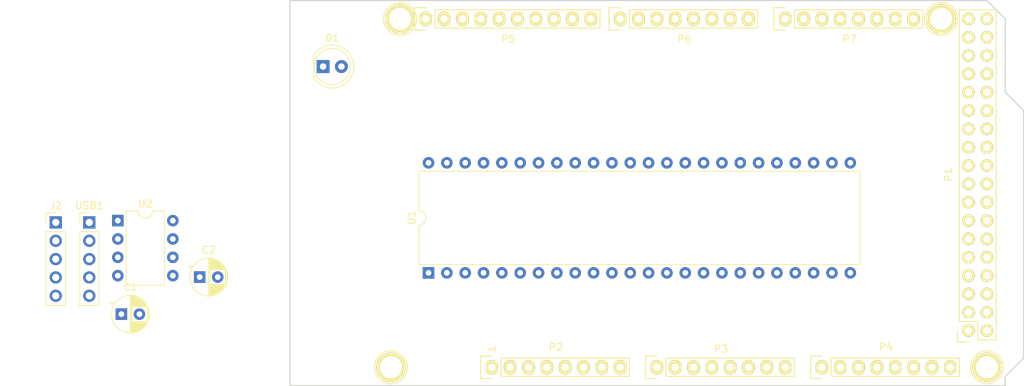
<source format=kicad_pcb>
(kicad_pcb (version 20171130) (host pcbnew 5.1.5-52549c5~86~ubuntu18.04.1)

  (general
    (thickness 1.6)
    (drawings 10)
    (tracks 0)
    (zones 0)
    (modules 18)
    (nets 145)
  )

  (page A4)
  (title_block
    (date "mar. 31 mars 2015")
  )

  (layers
    (0 F.Cu signal)
    (31 B.Cu signal)
    (32 B.Adhes user)
    (33 F.Adhes user)
    (34 B.Paste user)
    (35 F.Paste user)
    (36 B.SilkS user)
    (37 F.SilkS user)
    (38 B.Mask user)
    (39 F.Mask user)
    (40 Dwgs.User user)
    (41 Cmts.User user)
    (42 Eco1.User user)
    (43 Eco2.User user)
    (44 Edge.Cuts user)
    (45 Margin user)
    (46 B.CrtYd user)
    (47 F.CrtYd user)
    (48 B.Fab user)
    (49 F.Fab user)
  )

  (setup
    (last_trace_width 0.25)
    (trace_clearance 0.2)
    (zone_clearance 0.508)
    (zone_45_only no)
    (trace_min 0.2)
    (via_size 0.6)
    (via_drill 0.4)
    (via_min_size 0.4)
    (via_min_drill 0.3)
    (uvia_size 0.3)
    (uvia_drill 0.1)
    (uvias_allowed no)
    (uvia_min_size 0.2)
    (uvia_min_drill 0.1)
    (edge_width 0.15)
    (segment_width 0.15)
    (pcb_text_width 0.3)
    (pcb_text_size 1.5 1.5)
    (mod_edge_width 0.15)
    (mod_text_size 1 1)
    (mod_text_width 0.15)
    (pad_size 4.064 4.064)
    (pad_drill 3.048)
    (pad_to_mask_clearance 0)
    (aux_axis_origin 103.378 121.666)
    (visible_elements FFFFFF7F)
    (pcbplotparams
      (layerselection 0x00030_80000001)
      (usegerberextensions false)
      (usegerberattributes false)
      (usegerberadvancedattributes false)
      (creategerberjobfile false)
      (excludeedgelayer true)
      (linewidth 0.100000)
      (plotframeref false)
      (viasonmask false)
      (mode 1)
      (useauxorigin false)
      (hpglpennumber 1)
      (hpglpenspeed 20)
      (hpglpendiameter 15.000000)
      (psnegative false)
      (psa4output false)
      (plotreference true)
      (plotvalue true)
      (plotinvisibletext false)
      (padsonsilk false)
      (subtractmaskfromsilk false)
      (outputformat 1)
      (mirror false)
      (drillshape 1)
      (scaleselection 1)
      (outputdirectory ""))
  )

  (net 0 "")
  (net 1 GND)
  (net 2 "/52(SCK)")
  (net 3 "/53(SS)")
  (net 4 "/50(MISO)")
  (net 5 "/51(MOSI)")
  (net 6 /48)
  (net 7 /49)
  (net 8 /46)
  (net 9 /47)
  (net 10 /44)
  (net 11 /45)
  (net 12 /42)
  (net 13 /43)
  (net 14 /40)
  (net 15 /41)
  (net 16 /38)
  (net 17 /39)
  (net 18 /36)
  (net 19 /37)
  (net 20 /34)
  (net 21 /35)
  (net 22 /32)
  (net 23 /33)
  (net 24 /30)
  (net 25 /31)
  (net 26 /28)
  (net 27 /29)
  (net 28 /26)
  (net 29 /27)
  (net 30 /24)
  (net 31 /25)
  (net 32 /22)
  (net 33 /23)
  (net 34 +5V)
  (net 35 /IOREF)
  (net 36 /Reset)
  (net 37 /Vin)
  (net 38 /A0)
  (net 39 /A1)
  (net 40 /A2)
  (net 41 /A3)
  (net 42 /A4)
  (net 43 /A5)
  (net 44 /A6)
  (net 45 /A7)
  (net 46 /A8)
  (net 47 /A9)
  (net 48 /A10)
  (net 49 /A11)
  (net 50 /A12)
  (net 51 /A13)
  (net 52 /A14)
  (net 53 /A15)
  (net 54 /SCL)
  (net 55 /SDA)
  (net 56 /AREF)
  (net 57 "/13(**)")
  (net 58 "/12(**)")
  (net 59 "/11(**)")
  (net 60 "/10(**)")
  (net 61 "/9(**)")
  (net 62 "/8(**)")
  (net 63 "/7(**)")
  (net 64 "/6(**)")
  (net 65 "/5(**)")
  (net 66 "/4(**)")
  (net 67 "/3(**)")
  (net 68 "/2(**)")
  (net 69 "/20(SDA)")
  (net 70 "/21(SCL)")
  (net 71 "Net-(P8-Pad1)")
  (net 72 "Net-(P10-Pad1)")
  (net 73 "Net-(P11-Pad1)")
  (net 74 "Net-(P13-Pad1)")
  (net 75 "Net-(P2-Pad1)")
  (net 76 +3V3)
  (net 77 "/1(Tx0)")
  (net 78 "/0(Rx0)")
  (net 79 "/14(Tx3)")
  (net 80 "/15(Rx3)")
  (net 81 "/16(Tx2)")
  (net 82 "/17(Rx2)")
  (net 83 "/18(Tx1)")
  (net 84 "/19(Rx1)")
  (net 85 "Net-(U1-Pad48)")
  (net 86 "Net-(U1-Pad47)")
  (net 87 "Net-(U1-Pad46)")
  (net 88 "Net-(U1-Pad45)")
  (net 89 "Net-(U1-Pad44)")
  (net 90 "Net-(U1-Pad43)")
  (net 91 "Net-(U1-Pad42)")
  (net 92 "Net-(U1-Pad41)")
  (net 93 "Net-(U1-Pad40)")
  (net 94 "Net-(U1-Pad39)")
  (net 95 "Net-(U1-Pad38)")
  (net 96 "Net-(U1-Pad37)")
  (net 97 "Net-(U1-Pad36)")
  (net 98 "Net-(U1-Pad35)")
  (net 99 "Net-(U1-Pad32)")
  (net 100 "Net-(U1-Pad31)")
  (net 101 "Net-(U1-Pad30)")
  (net 102 "Net-(U1-Pad29)")
  (net 103 "Net-(U1-Pad28)")
  (net 104 "Net-(U1-Pad27)")
  (net 105 "Net-(U1-Pad26)")
  (net 106 "Net-(U1-Pad25)")
  (net 107 "Net-(U1-Pad24)")
  (net 108 "Net-(U1-Pad23)")
  (net 109 "Net-(U1-Pad22)")
  (net 110 "Net-(U1-Pad21)")
  (net 111 "Net-(U1-Pad20)")
  (net 112 "Net-(U1-Pad19)")
  (net 113 "Net-(U1-Pad18)")
  (net 114 "Net-(U1-Pad17)")
  (net 115 "Net-(U1-Pad16)")
  (net 116 "Net-(U1-Pad15)")
  (net 117 "Net-(U1-Pad14)")
  (net 118 "Net-(U1-Pad13)")
  (net 119 "Net-(U1-Pad12)")
  (net 120 "Net-(U1-Pad11)")
  (net 121 "Net-(U1-Pad10)")
  (net 122 "Net-(U1-Pad9)")
  (net 123 "Net-(U1-Pad8)")
  (net 124 "Net-(U1-Pad7)")
  (net 125 "Net-(U1-Pad6)")
  (net 126 "Net-(U1-Pad5)")
  (net 127 "Net-(U1-Pad4)")
  (net 128 "Net-(U1-Pad3)")
  (net 129 "Net-(U1-Pad2)")
  (net 130 "Net-(U1-Pad1)")
  (net 131 "Net-(J2-Pad4)")
  (net 132 "Net-(J2-Pad3)")
  (net 133 "Net-(J2-Pad2)")
  (net 134 "Net-(U2-Pad8)")
  (net 135 "Net-(U2-Pad4)")
  (net 136 "Net-(U2-Pad7)")
  (net 137 "Net-(U2-Pad3)")
  (net 138 "Net-(U2-Pad6)")
  (net 139 "Net-(U2-Pad2)")
  (net 140 "Net-(U2-Pad5)")
  (net 141 "Net-(U2-Pad1)")
  (net 142 "Net-(USB1-Pad4)")
  (net 143 "Net-(D1-Pad2)")
  (net 144 "Net-(D1-Pad1)")

  (net_class Default "This is the default net class."
    (clearance 0.2)
    (trace_width 0.25)
    (via_dia 0.6)
    (via_drill 0.4)
    (uvia_dia 0.3)
    (uvia_drill 0.1)
    (add_net +3V3)
    (add_net +5V)
    (add_net "/0(Rx0)")
    (add_net "/1(Tx0)")
    (add_net "/10(**)")
    (add_net "/11(**)")
    (add_net "/12(**)")
    (add_net "/13(**)")
    (add_net "/14(Tx3)")
    (add_net "/15(Rx3)")
    (add_net "/16(Tx2)")
    (add_net "/17(Rx2)")
    (add_net "/18(Tx1)")
    (add_net "/19(Rx1)")
    (add_net "/2(**)")
    (add_net "/20(SDA)")
    (add_net "/21(SCL)")
    (add_net /22)
    (add_net /23)
    (add_net /24)
    (add_net /25)
    (add_net /26)
    (add_net /27)
    (add_net /28)
    (add_net /29)
    (add_net "/3(**)")
    (add_net /30)
    (add_net /31)
    (add_net /32)
    (add_net /33)
    (add_net /34)
    (add_net /35)
    (add_net /36)
    (add_net /37)
    (add_net /38)
    (add_net /39)
    (add_net "/4(**)")
    (add_net /40)
    (add_net /41)
    (add_net /42)
    (add_net /43)
    (add_net /44)
    (add_net /45)
    (add_net /46)
    (add_net /47)
    (add_net /48)
    (add_net /49)
    (add_net "/5(**)")
    (add_net "/50(MISO)")
    (add_net "/51(MOSI)")
    (add_net "/52(SCK)")
    (add_net "/53(SS)")
    (add_net "/6(**)")
    (add_net "/7(**)")
    (add_net "/8(**)")
    (add_net "/9(**)")
    (add_net /A0)
    (add_net /A1)
    (add_net /A10)
    (add_net /A11)
    (add_net /A12)
    (add_net /A13)
    (add_net /A14)
    (add_net /A15)
    (add_net /A2)
    (add_net /A3)
    (add_net /A4)
    (add_net /A5)
    (add_net /A6)
    (add_net /A7)
    (add_net /A8)
    (add_net /A9)
    (add_net /AREF)
    (add_net /IOREF)
    (add_net /Reset)
    (add_net /SCL)
    (add_net /SDA)
    (add_net /Vin)
    (add_net GND)
    (add_net "Net-(D1-Pad1)")
    (add_net "Net-(D1-Pad2)")
    (add_net "Net-(J2-Pad2)")
    (add_net "Net-(J2-Pad3)")
    (add_net "Net-(J2-Pad4)")
    (add_net "Net-(P10-Pad1)")
    (add_net "Net-(P11-Pad1)")
    (add_net "Net-(P13-Pad1)")
    (add_net "Net-(P2-Pad1)")
    (add_net "Net-(P8-Pad1)")
    (add_net "Net-(U1-Pad1)")
    (add_net "Net-(U1-Pad10)")
    (add_net "Net-(U1-Pad11)")
    (add_net "Net-(U1-Pad12)")
    (add_net "Net-(U1-Pad13)")
    (add_net "Net-(U1-Pad14)")
    (add_net "Net-(U1-Pad15)")
    (add_net "Net-(U1-Pad16)")
    (add_net "Net-(U1-Pad17)")
    (add_net "Net-(U1-Pad18)")
    (add_net "Net-(U1-Pad19)")
    (add_net "Net-(U1-Pad2)")
    (add_net "Net-(U1-Pad20)")
    (add_net "Net-(U1-Pad21)")
    (add_net "Net-(U1-Pad22)")
    (add_net "Net-(U1-Pad23)")
    (add_net "Net-(U1-Pad24)")
    (add_net "Net-(U1-Pad25)")
    (add_net "Net-(U1-Pad26)")
    (add_net "Net-(U1-Pad27)")
    (add_net "Net-(U1-Pad28)")
    (add_net "Net-(U1-Pad29)")
    (add_net "Net-(U1-Pad3)")
    (add_net "Net-(U1-Pad30)")
    (add_net "Net-(U1-Pad31)")
    (add_net "Net-(U1-Pad32)")
    (add_net "Net-(U1-Pad35)")
    (add_net "Net-(U1-Pad36)")
    (add_net "Net-(U1-Pad37)")
    (add_net "Net-(U1-Pad38)")
    (add_net "Net-(U1-Pad39)")
    (add_net "Net-(U1-Pad4)")
    (add_net "Net-(U1-Pad40)")
    (add_net "Net-(U1-Pad41)")
    (add_net "Net-(U1-Pad42)")
    (add_net "Net-(U1-Pad43)")
    (add_net "Net-(U1-Pad44)")
    (add_net "Net-(U1-Pad45)")
    (add_net "Net-(U1-Pad46)")
    (add_net "Net-(U1-Pad47)")
    (add_net "Net-(U1-Pad48)")
    (add_net "Net-(U1-Pad5)")
    (add_net "Net-(U1-Pad6)")
    (add_net "Net-(U1-Pad7)")
    (add_net "Net-(U1-Pad8)")
    (add_net "Net-(U1-Pad9)")
    (add_net "Net-(U2-Pad1)")
    (add_net "Net-(U2-Pad2)")
    (add_net "Net-(U2-Pad3)")
    (add_net "Net-(U2-Pad4)")
    (add_net "Net-(U2-Pad5)")
    (add_net "Net-(U2-Pad6)")
    (add_net "Net-(U2-Pad7)")
    (add_net "Net-(U2-Pad8)")
    (add_net "Net-(USB1-Pad4)")
  )

  (module LED_THT:LED_D5.0mm (layer F.Cu) (tedit 5995936A) (tstamp 5EBA2873)
    (at 107.95 77.47)
    (descr "LED, diameter 5.0mm, 2 pins, http://cdn-reichelt.de/documents/datenblatt/A500/LL-504BC2E-009.pdf")
    (tags "LED diameter 5.0mm 2 pins")
    (path /5EBF6D1E)
    (fp_text reference D1 (at 1.27 -3.96) (layer F.SilkS)
      (effects (font (size 1 1) (thickness 0.15)))
    )
    (fp_text value LED (at 1.27 3.96) (layer F.Fab)
      (effects (font (size 1 1) (thickness 0.15)))
    )
    (fp_text user %R (at 1.25 0) (layer F.Fab)
      (effects (font (size 0.8 0.8) (thickness 0.2)))
    )
    (fp_line (start 4.5 -3.25) (end -1.95 -3.25) (layer F.CrtYd) (width 0.05))
    (fp_line (start 4.5 3.25) (end 4.5 -3.25) (layer F.CrtYd) (width 0.05))
    (fp_line (start -1.95 3.25) (end 4.5 3.25) (layer F.CrtYd) (width 0.05))
    (fp_line (start -1.95 -3.25) (end -1.95 3.25) (layer F.CrtYd) (width 0.05))
    (fp_line (start -1.29 -1.545) (end -1.29 1.545) (layer F.SilkS) (width 0.12))
    (fp_line (start -1.23 -1.469694) (end -1.23 1.469694) (layer F.Fab) (width 0.1))
    (fp_circle (center 1.27 0) (end 3.77 0) (layer F.SilkS) (width 0.12))
    (fp_circle (center 1.27 0) (end 3.77 0) (layer F.Fab) (width 0.1))
    (fp_arc (start 1.27 0) (end -1.29 1.54483) (angle -148.9) (layer F.SilkS) (width 0.12))
    (fp_arc (start 1.27 0) (end -1.29 -1.54483) (angle 148.9) (layer F.SilkS) (width 0.12))
    (fp_arc (start 1.27 0) (end -1.23 -1.469694) (angle 299.1) (layer F.Fab) (width 0.1))
    (pad 2 thru_hole circle (at 2.54 0) (size 1.8 1.8) (drill 0.9) (layers *.Cu *.Mask)
      (net 143 "Net-(D1-Pad2)"))
    (pad 1 thru_hole rect (at 0 0) (size 1.8 1.8) (drill 0.9) (layers *.Cu *.Mask)
      (net 144 "Net-(D1-Pad1)"))
    (model ${KISYS3DMOD}/LED_THT.3dshapes/LED_D5.0mm.wrl
      (at (xyz 0 0 0))
      (scale (xyz 1 1 1))
      (rotate (xyz 0 0 0))
    )
  )

  (module Connector_PinHeader_2.54mm:PinHeader_1x05_P2.54mm_Vertical (layer F.Cu) (tedit 59FED5CC) (tstamp 5EBA15CF)
    (at 75.570225 99.06)
    (descr "Through hole straight pin header, 1x05, 2.54mm pitch, single row")
    (tags "Through hole pin header THT 1x05 2.54mm single row")
    (path /5EBCDE33)
    (fp_text reference USB1 (at 0 -2.33) (layer F.SilkS)
      (effects (font (size 1 1) (thickness 0.15)))
    )
    (fp_text value USB_B_Micro (at 0 12.49) (layer F.Fab)
      (effects (font (size 1 1) (thickness 0.15)))
    )
    (fp_text user %R (at 0 5.08 90) (layer F.Fab)
      (effects (font (size 1 1) (thickness 0.15)))
    )
    (fp_line (start 1.8 -1.8) (end -1.8 -1.8) (layer F.CrtYd) (width 0.05))
    (fp_line (start 1.8 11.95) (end 1.8 -1.8) (layer F.CrtYd) (width 0.05))
    (fp_line (start -1.8 11.95) (end 1.8 11.95) (layer F.CrtYd) (width 0.05))
    (fp_line (start -1.8 -1.8) (end -1.8 11.95) (layer F.CrtYd) (width 0.05))
    (fp_line (start -1.33 -1.33) (end 0 -1.33) (layer F.SilkS) (width 0.12))
    (fp_line (start -1.33 0) (end -1.33 -1.33) (layer F.SilkS) (width 0.12))
    (fp_line (start -1.33 1.27) (end 1.33 1.27) (layer F.SilkS) (width 0.12))
    (fp_line (start 1.33 1.27) (end 1.33 11.49) (layer F.SilkS) (width 0.12))
    (fp_line (start -1.33 1.27) (end -1.33 11.49) (layer F.SilkS) (width 0.12))
    (fp_line (start -1.33 11.49) (end 1.33 11.49) (layer F.SilkS) (width 0.12))
    (fp_line (start -1.27 -0.635) (end -0.635 -1.27) (layer F.Fab) (width 0.1))
    (fp_line (start -1.27 11.43) (end -1.27 -0.635) (layer F.Fab) (width 0.1))
    (fp_line (start 1.27 11.43) (end -1.27 11.43) (layer F.Fab) (width 0.1))
    (fp_line (start 1.27 -1.27) (end 1.27 11.43) (layer F.Fab) (width 0.1))
    (fp_line (start -0.635 -1.27) (end 1.27 -1.27) (layer F.Fab) (width 0.1))
    (pad 5 thru_hole oval (at 0 10.16) (size 1.7 1.7) (drill 1) (layers *.Cu *.Mask)
      (net 1 GND))
    (pad 4 thru_hole oval (at 0 7.62) (size 1.7 1.7) (drill 1) (layers *.Cu *.Mask)
      (net 142 "Net-(USB1-Pad4)"))
    (pad 3 thru_hole oval (at 0 5.08) (size 1.7 1.7) (drill 1) (layers *.Cu *.Mask)
      (net 132 "Net-(J2-Pad3)"))
    (pad 2 thru_hole oval (at 0 2.54) (size 1.7 1.7) (drill 1) (layers *.Cu *.Mask)
      (net 133 "Net-(J2-Pad2)"))
    (pad 1 thru_hole rect (at 0 0) (size 1.7 1.7) (drill 1) (layers *.Cu *.Mask)
      (net 34 +5V))
    (model ${KISYS3DMOD}/Connector_PinHeader_2.54mm.3dshapes/PinHeader_1x05_P2.54mm_Vertical.wrl
      (at (xyz 0 0 0))
      (scale (xyz 1 1 1))
      (rotate (xyz 0 0 0))
    )
  )

  (module Package_DIP:DIP-8_W7.62mm (layer F.Cu) (tedit 5A02E8C5) (tstamp 5EBA15B6)
    (at 79.520225 98.81)
    (descr "8-lead though-hole mounted DIP package, row spacing 7.62 mm (300 mils)")
    (tags "THT DIP DIL PDIP 2.54mm 7.62mm 300mil")
    (path /5EBAA094)
    (fp_text reference U2 (at 3.81 -2.33) (layer F.SilkS)
      (effects (font (size 1 1) (thickness 0.15)))
    )
    (fp_text value W25Q64JVSSIQ (at 3.81 9.95) (layer F.Fab)
      (effects (font (size 1 1) (thickness 0.15)))
    )
    (fp_text user %R (at 3.81 3.81) (layer F.Fab)
      (effects (font (size 1 1) (thickness 0.15)))
    )
    (fp_line (start 8.7 -1.55) (end -1.1 -1.55) (layer F.CrtYd) (width 0.05))
    (fp_line (start 8.7 9.15) (end 8.7 -1.55) (layer F.CrtYd) (width 0.05))
    (fp_line (start -1.1 9.15) (end 8.7 9.15) (layer F.CrtYd) (width 0.05))
    (fp_line (start -1.1 -1.55) (end -1.1 9.15) (layer F.CrtYd) (width 0.05))
    (fp_line (start 6.46 -1.33) (end 4.81 -1.33) (layer F.SilkS) (width 0.12))
    (fp_line (start 6.46 8.95) (end 6.46 -1.33) (layer F.SilkS) (width 0.12))
    (fp_line (start 1.16 8.95) (end 6.46 8.95) (layer F.SilkS) (width 0.12))
    (fp_line (start 1.16 -1.33) (end 1.16 8.95) (layer F.SilkS) (width 0.12))
    (fp_line (start 2.81 -1.33) (end 1.16 -1.33) (layer F.SilkS) (width 0.12))
    (fp_line (start 0.635 -0.27) (end 1.635 -1.27) (layer F.Fab) (width 0.1))
    (fp_line (start 0.635 8.89) (end 0.635 -0.27) (layer F.Fab) (width 0.1))
    (fp_line (start 6.985 8.89) (end 0.635 8.89) (layer F.Fab) (width 0.1))
    (fp_line (start 6.985 -1.27) (end 6.985 8.89) (layer F.Fab) (width 0.1))
    (fp_line (start 1.635 -1.27) (end 6.985 -1.27) (layer F.Fab) (width 0.1))
    (fp_arc (start 3.81 -1.33) (end 2.81 -1.33) (angle -180) (layer F.SilkS) (width 0.12))
    (pad 8 thru_hole oval (at 7.62 0) (size 1.6 1.6) (drill 0.8) (layers *.Cu *.Mask)
      (net 134 "Net-(U2-Pad8)"))
    (pad 4 thru_hole oval (at 0 7.62) (size 1.6 1.6) (drill 0.8) (layers *.Cu *.Mask)
      (net 135 "Net-(U2-Pad4)"))
    (pad 7 thru_hole oval (at 7.62 2.54) (size 1.6 1.6) (drill 0.8) (layers *.Cu *.Mask)
      (net 136 "Net-(U2-Pad7)"))
    (pad 3 thru_hole oval (at 0 5.08) (size 1.6 1.6) (drill 0.8) (layers *.Cu *.Mask)
      (net 137 "Net-(U2-Pad3)"))
    (pad 6 thru_hole oval (at 7.62 5.08) (size 1.6 1.6) (drill 0.8) (layers *.Cu *.Mask)
      (net 138 "Net-(U2-Pad6)"))
    (pad 2 thru_hole oval (at 0 2.54) (size 1.6 1.6) (drill 0.8) (layers *.Cu *.Mask)
      (net 139 "Net-(U2-Pad2)"))
    (pad 5 thru_hole oval (at 7.62 7.62) (size 1.6 1.6) (drill 0.8) (layers *.Cu *.Mask)
      (net 140 "Net-(U2-Pad5)"))
    (pad 1 thru_hole rect (at 0 0) (size 1.6 1.6) (drill 0.8) (layers *.Cu *.Mask)
      (net 141 "Net-(U2-Pad1)"))
    (model ${KISYS3DMOD}/Package_DIP.3dshapes/DIP-8_W7.62mm.wrl
      (at (xyz 0 0 0))
      (scale (xyz 1 1 1))
      (rotate (xyz 0 0 0))
    )
  )

  (module Connector_PinHeader_2.54mm:PinHeader_1x05_P2.54mm_Vertical (layer F.Cu) (tedit 59FED5CC) (tstamp 5EBA137A)
    (at 70.920225 99.06)
    (descr "Through hole straight pin header, 1x05, 2.54mm pitch, single row")
    (tags "Through hole pin header THT 1x05 2.54mm single row")
    (path /5EC10172)
    (fp_text reference J2 (at 0 -2.33) (layer F.SilkS)
      (effects (font (size 1 1) (thickness 0.15)))
    )
    (fp_text value Conn_01x05_Female (at 0 12.49) (layer F.Fab)
      (effects (font (size 1 1) (thickness 0.15)))
    )
    (fp_text user %R (at 0 5.08 90) (layer F.Fab)
      (effects (font (size 1 1) (thickness 0.15)))
    )
    (fp_line (start 1.8 -1.8) (end -1.8 -1.8) (layer F.CrtYd) (width 0.05))
    (fp_line (start 1.8 11.95) (end 1.8 -1.8) (layer F.CrtYd) (width 0.05))
    (fp_line (start -1.8 11.95) (end 1.8 11.95) (layer F.CrtYd) (width 0.05))
    (fp_line (start -1.8 -1.8) (end -1.8 11.95) (layer F.CrtYd) (width 0.05))
    (fp_line (start -1.33 -1.33) (end 0 -1.33) (layer F.SilkS) (width 0.12))
    (fp_line (start -1.33 0) (end -1.33 -1.33) (layer F.SilkS) (width 0.12))
    (fp_line (start -1.33 1.27) (end 1.33 1.27) (layer F.SilkS) (width 0.12))
    (fp_line (start 1.33 1.27) (end 1.33 11.49) (layer F.SilkS) (width 0.12))
    (fp_line (start -1.33 1.27) (end -1.33 11.49) (layer F.SilkS) (width 0.12))
    (fp_line (start -1.33 11.49) (end 1.33 11.49) (layer F.SilkS) (width 0.12))
    (fp_line (start -1.27 -0.635) (end -0.635 -1.27) (layer F.Fab) (width 0.1))
    (fp_line (start -1.27 11.43) (end -1.27 -0.635) (layer F.Fab) (width 0.1))
    (fp_line (start 1.27 11.43) (end -1.27 11.43) (layer F.Fab) (width 0.1))
    (fp_line (start 1.27 -1.27) (end 1.27 11.43) (layer F.Fab) (width 0.1))
    (fp_line (start -0.635 -1.27) (end 1.27 -1.27) (layer F.Fab) (width 0.1))
    (pad 5 thru_hole oval (at 0 10.16) (size 1.7 1.7) (drill 1) (layers *.Cu *.Mask)
      (net 1 GND))
    (pad 4 thru_hole oval (at 0 7.62) (size 1.7 1.7) (drill 1) (layers *.Cu *.Mask)
      (net 131 "Net-(J2-Pad4)"))
    (pad 3 thru_hole oval (at 0 5.08) (size 1.7 1.7) (drill 1) (layers *.Cu *.Mask)
      (net 132 "Net-(J2-Pad3)"))
    (pad 2 thru_hole oval (at 0 2.54) (size 1.7 1.7) (drill 1) (layers *.Cu *.Mask)
      (net 133 "Net-(J2-Pad2)"))
    (pad 1 thru_hole rect (at 0 0) (size 1.7 1.7) (drill 1) (layers *.Cu *.Mask)
      (net 34 +5V))
    (model ${KISYS3DMOD}/Connector_PinHeader_2.54mm.3dshapes/PinHeader_1x05_P2.54mm_Vertical.wrl
      (at (xyz 0 0 0))
      (scale (xyz 1 1 1))
      (rotate (xyz 0 0 0))
    )
  )

  (module Capacitor_THT:CP_Radial_D5.0mm_P2.50mm (layer F.Cu) (tedit 5AE50EF0) (tstamp 5EBA1349)
    (at 90.86 106.63)
    (descr "CP, Radial series, Radial, pin pitch=2.50mm, , diameter=5mm, Electrolytic Capacitor")
    (tags "CP Radial series Radial pin pitch 2.50mm  diameter 5mm Electrolytic Capacitor")
    (path /5EBBF978)
    (fp_text reference C2 (at 1.25 -3.75) (layer F.SilkS)
      (effects (font (size 1 1) (thickness 0.15)))
    )
    (fp_text value 10uF (at 1.25 3.75) (layer F.Fab)
      (effects (font (size 1 1) (thickness 0.15)))
    )
    (fp_text user %R (at 1.25 0) (layer F.Fab)
      (effects (font (size 1 1) (thickness 0.15)))
    )
    (fp_line (start -1.304775 -1.725) (end -1.304775 -1.225) (layer F.SilkS) (width 0.12))
    (fp_line (start -1.554775 -1.475) (end -1.054775 -1.475) (layer F.SilkS) (width 0.12))
    (fp_line (start 3.851 -0.284) (end 3.851 0.284) (layer F.SilkS) (width 0.12))
    (fp_line (start 3.811 -0.518) (end 3.811 0.518) (layer F.SilkS) (width 0.12))
    (fp_line (start 3.771 -0.677) (end 3.771 0.677) (layer F.SilkS) (width 0.12))
    (fp_line (start 3.731 -0.805) (end 3.731 0.805) (layer F.SilkS) (width 0.12))
    (fp_line (start 3.691 -0.915) (end 3.691 0.915) (layer F.SilkS) (width 0.12))
    (fp_line (start 3.651 -1.011) (end 3.651 1.011) (layer F.SilkS) (width 0.12))
    (fp_line (start 3.611 -1.098) (end 3.611 1.098) (layer F.SilkS) (width 0.12))
    (fp_line (start 3.571 -1.178) (end 3.571 1.178) (layer F.SilkS) (width 0.12))
    (fp_line (start 3.531 1.04) (end 3.531 1.251) (layer F.SilkS) (width 0.12))
    (fp_line (start 3.531 -1.251) (end 3.531 -1.04) (layer F.SilkS) (width 0.12))
    (fp_line (start 3.491 1.04) (end 3.491 1.319) (layer F.SilkS) (width 0.12))
    (fp_line (start 3.491 -1.319) (end 3.491 -1.04) (layer F.SilkS) (width 0.12))
    (fp_line (start 3.451 1.04) (end 3.451 1.383) (layer F.SilkS) (width 0.12))
    (fp_line (start 3.451 -1.383) (end 3.451 -1.04) (layer F.SilkS) (width 0.12))
    (fp_line (start 3.411 1.04) (end 3.411 1.443) (layer F.SilkS) (width 0.12))
    (fp_line (start 3.411 -1.443) (end 3.411 -1.04) (layer F.SilkS) (width 0.12))
    (fp_line (start 3.371 1.04) (end 3.371 1.5) (layer F.SilkS) (width 0.12))
    (fp_line (start 3.371 -1.5) (end 3.371 -1.04) (layer F.SilkS) (width 0.12))
    (fp_line (start 3.331 1.04) (end 3.331 1.554) (layer F.SilkS) (width 0.12))
    (fp_line (start 3.331 -1.554) (end 3.331 -1.04) (layer F.SilkS) (width 0.12))
    (fp_line (start 3.291 1.04) (end 3.291 1.605) (layer F.SilkS) (width 0.12))
    (fp_line (start 3.291 -1.605) (end 3.291 -1.04) (layer F.SilkS) (width 0.12))
    (fp_line (start 3.251 1.04) (end 3.251 1.653) (layer F.SilkS) (width 0.12))
    (fp_line (start 3.251 -1.653) (end 3.251 -1.04) (layer F.SilkS) (width 0.12))
    (fp_line (start 3.211 1.04) (end 3.211 1.699) (layer F.SilkS) (width 0.12))
    (fp_line (start 3.211 -1.699) (end 3.211 -1.04) (layer F.SilkS) (width 0.12))
    (fp_line (start 3.171 1.04) (end 3.171 1.743) (layer F.SilkS) (width 0.12))
    (fp_line (start 3.171 -1.743) (end 3.171 -1.04) (layer F.SilkS) (width 0.12))
    (fp_line (start 3.131 1.04) (end 3.131 1.785) (layer F.SilkS) (width 0.12))
    (fp_line (start 3.131 -1.785) (end 3.131 -1.04) (layer F.SilkS) (width 0.12))
    (fp_line (start 3.091 1.04) (end 3.091 1.826) (layer F.SilkS) (width 0.12))
    (fp_line (start 3.091 -1.826) (end 3.091 -1.04) (layer F.SilkS) (width 0.12))
    (fp_line (start 3.051 1.04) (end 3.051 1.864) (layer F.SilkS) (width 0.12))
    (fp_line (start 3.051 -1.864) (end 3.051 -1.04) (layer F.SilkS) (width 0.12))
    (fp_line (start 3.011 1.04) (end 3.011 1.901) (layer F.SilkS) (width 0.12))
    (fp_line (start 3.011 -1.901) (end 3.011 -1.04) (layer F.SilkS) (width 0.12))
    (fp_line (start 2.971 1.04) (end 2.971 1.937) (layer F.SilkS) (width 0.12))
    (fp_line (start 2.971 -1.937) (end 2.971 -1.04) (layer F.SilkS) (width 0.12))
    (fp_line (start 2.931 1.04) (end 2.931 1.971) (layer F.SilkS) (width 0.12))
    (fp_line (start 2.931 -1.971) (end 2.931 -1.04) (layer F.SilkS) (width 0.12))
    (fp_line (start 2.891 1.04) (end 2.891 2.004) (layer F.SilkS) (width 0.12))
    (fp_line (start 2.891 -2.004) (end 2.891 -1.04) (layer F.SilkS) (width 0.12))
    (fp_line (start 2.851 1.04) (end 2.851 2.035) (layer F.SilkS) (width 0.12))
    (fp_line (start 2.851 -2.035) (end 2.851 -1.04) (layer F.SilkS) (width 0.12))
    (fp_line (start 2.811 1.04) (end 2.811 2.065) (layer F.SilkS) (width 0.12))
    (fp_line (start 2.811 -2.065) (end 2.811 -1.04) (layer F.SilkS) (width 0.12))
    (fp_line (start 2.771 1.04) (end 2.771 2.095) (layer F.SilkS) (width 0.12))
    (fp_line (start 2.771 -2.095) (end 2.771 -1.04) (layer F.SilkS) (width 0.12))
    (fp_line (start 2.731 1.04) (end 2.731 2.122) (layer F.SilkS) (width 0.12))
    (fp_line (start 2.731 -2.122) (end 2.731 -1.04) (layer F.SilkS) (width 0.12))
    (fp_line (start 2.691 1.04) (end 2.691 2.149) (layer F.SilkS) (width 0.12))
    (fp_line (start 2.691 -2.149) (end 2.691 -1.04) (layer F.SilkS) (width 0.12))
    (fp_line (start 2.651 1.04) (end 2.651 2.175) (layer F.SilkS) (width 0.12))
    (fp_line (start 2.651 -2.175) (end 2.651 -1.04) (layer F.SilkS) (width 0.12))
    (fp_line (start 2.611 1.04) (end 2.611 2.2) (layer F.SilkS) (width 0.12))
    (fp_line (start 2.611 -2.2) (end 2.611 -1.04) (layer F.SilkS) (width 0.12))
    (fp_line (start 2.571 1.04) (end 2.571 2.224) (layer F.SilkS) (width 0.12))
    (fp_line (start 2.571 -2.224) (end 2.571 -1.04) (layer F.SilkS) (width 0.12))
    (fp_line (start 2.531 1.04) (end 2.531 2.247) (layer F.SilkS) (width 0.12))
    (fp_line (start 2.531 -2.247) (end 2.531 -1.04) (layer F.SilkS) (width 0.12))
    (fp_line (start 2.491 1.04) (end 2.491 2.268) (layer F.SilkS) (width 0.12))
    (fp_line (start 2.491 -2.268) (end 2.491 -1.04) (layer F.SilkS) (width 0.12))
    (fp_line (start 2.451 1.04) (end 2.451 2.29) (layer F.SilkS) (width 0.12))
    (fp_line (start 2.451 -2.29) (end 2.451 -1.04) (layer F.SilkS) (width 0.12))
    (fp_line (start 2.411 1.04) (end 2.411 2.31) (layer F.SilkS) (width 0.12))
    (fp_line (start 2.411 -2.31) (end 2.411 -1.04) (layer F.SilkS) (width 0.12))
    (fp_line (start 2.371 1.04) (end 2.371 2.329) (layer F.SilkS) (width 0.12))
    (fp_line (start 2.371 -2.329) (end 2.371 -1.04) (layer F.SilkS) (width 0.12))
    (fp_line (start 2.331 1.04) (end 2.331 2.348) (layer F.SilkS) (width 0.12))
    (fp_line (start 2.331 -2.348) (end 2.331 -1.04) (layer F.SilkS) (width 0.12))
    (fp_line (start 2.291 1.04) (end 2.291 2.365) (layer F.SilkS) (width 0.12))
    (fp_line (start 2.291 -2.365) (end 2.291 -1.04) (layer F.SilkS) (width 0.12))
    (fp_line (start 2.251 1.04) (end 2.251 2.382) (layer F.SilkS) (width 0.12))
    (fp_line (start 2.251 -2.382) (end 2.251 -1.04) (layer F.SilkS) (width 0.12))
    (fp_line (start 2.211 1.04) (end 2.211 2.398) (layer F.SilkS) (width 0.12))
    (fp_line (start 2.211 -2.398) (end 2.211 -1.04) (layer F.SilkS) (width 0.12))
    (fp_line (start 2.171 1.04) (end 2.171 2.414) (layer F.SilkS) (width 0.12))
    (fp_line (start 2.171 -2.414) (end 2.171 -1.04) (layer F.SilkS) (width 0.12))
    (fp_line (start 2.131 1.04) (end 2.131 2.428) (layer F.SilkS) (width 0.12))
    (fp_line (start 2.131 -2.428) (end 2.131 -1.04) (layer F.SilkS) (width 0.12))
    (fp_line (start 2.091 1.04) (end 2.091 2.442) (layer F.SilkS) (width 0.12))
    (fp_line (start 2.091 -2.442) (end 2.091 -1.04) (layer F.SilkS) (width 0.12))
    (fp_line (start 2.051 1.04) (end 2.051 2.455) (layer F.SilkS) (width 0.12))
    (fp_line (start 2.051 -2.455) (end 2.051 -1.04) (layer F.SilkS) (width 0.12))
    (fp_line (start 2.011 1.04) (end 2.011 2.468) (layer F.SilkS) (width 0.12))
    (fp_line (start 2.011 -2.468) (end 2.011 -1.04) (layer F.SilkS) (width 0.12))
    (fp_line (start 1.971 1.04) (end 1.971 2.48) (layer F.SilkS) (width 0.12))
    (fp_line (start 1.971 -2.48) (end 1.971 -1.04) (layer F.SilkS) (width 0.12))
    (fp_line (start 1.93 1.04) (end 1.93 2.491) (layer F.SilkS) (width 0.12))
    (fp_line (start 1.93 -2.491) (end 1.93 -1.04) (layer F.SilkS) (width 0.12))
    (fp_line (start 1.89 1.04) (end 1.89 2.501) (layer F.SilkS) (width 0.12))
    (fp_line (start 1.89 -2.501) (end 1.89 -1.04) (layer F.SilkS) (width 0.12))
    (fp_line (start 1.85 1.04) (end 1.85 2.511) (layer F.SilkS) (width 0.12))
    (fp_line (start 1.85 -2.511) (end 1.85 -1.04) (layer F.SilkS) (width 0.12))
    (fp_line (start 1.81 1.04) (end 1.81 2.52) (layer F.SilkS) (width 0.12))
    (fp_line (start 1.81 -2.52) (end 1.81 -1.04) (layer F.SilkS) (width 0.12))
    (fp_line (start 1.77 1.04) (end 1.77 2.528) (layer F.SilkS) (width 0.12))
    (fp_line (start 1.77 -2.528) (end 1.77 -1.04) (layer F.SilkS) (width 0.12))
    (fp_line (start 1.73 1.04) (end 1.73 2.536) (layer F.SilkS) (width 0.12))
    (fp_line (start 1.73 -2.536) (end 1.73 -1.04) (layer F.SilkS) (width 0.12))
    (fp_line (start 1.69 1.04) (end 1.69 2.543) (layer F.SilkS) (width 0.12))
    (fp_line (start 1.69 -2.543) (end 1.69 -1.04) (layer F.SilkS) (width 0.12))
    (fp_line (start 1.65 1.04) (end 1.65 2.55) (layer F.SilkS) (width 0.12))
    (fp_line (start 1.65 -2.55) (end 1.65 -1.04) (layer F.SilkS) (width 0.12))
    (fp_line (start 1.61 1.04) (end 1.61 2.556) (layer F.SilkS) (width 0.12))
    (fp_line (start 1.61 -2.556) (end 1.61 -1.04) (layer F.SilkS) (width 0.12))
    (fp_line (start 1.57 1.04) (end 1.57 2.561) (layer F.SilkS) (width 0.12))
    (fp_line (start 1.57 -2.561) (end 1.57 -1.04) (layer F.SilkS) (width 0.12))
    (fp_line (start 1.53 1.04) (end 1.53 2.565) (layer F.SilkS) (width 0.12))
    (fp_line (start 1.53 -2.565) (end 1.53 -1.04) (layer F.SilkS) (width 0.12))
    (fp_line (start 1.49 1.04) (end 1.49 2.569) (layer F.SilkS) (width 0.12))
    (fp_line (start 1.49 -2.569) (end 1.49 -1.04) (layer F.SilkS) (width 0.12))
    (fp_line (start 1.45 -2.573) (end 1.45 2.573) (layer F.SilkS) (width 0.12))
    (fp_line (start 1.41 -2.576) (end 1.41 2.576) (layer F.SilkS) (width 0.12))
    (fp_line (start 1.37 -2.578) (end 1.37 2.578) (layer F.SilkS) (width 0.12))
    (fp_line (start 1.33 -2.579) (end 1.33 2.579) (layer F.SilkS) (width 0.12))
    (fp_line (start 1.29 -2.58) (end 1.29 2.58) (layer F.SilkS) (width 0.12))
    (fp_line (start 1.25 -2.58) (end 1.25 2.58) (layer F.SilkS) (width 0.12))
    (fp_line (start -0.633605 -1.3375) (end -0.633605 -0.8375) (layer F.Fab) (width 0.1))
    (fp_line (start -0.883605 -1.0875) (end -0.383605 -1.0875) (layer F.Fab) (width 0.1))
    (fp_circle (center 1.25 0) (end 4 0) (layer F.CrtYd) (width 0.05))
    (fp_circle (center 1.25 0) (end 3.87 0) (layer F.SilkS) (width 0.12))
    (fp_circle (center 1.25 0) (end 3.75 0) (layer F.Fab) (width 0.1))
    (pad 2 thru_hole circle (at 2.5 0) (size 1.6 1.6) (drill 0.8) (layers *.Cu *.Mask)
      (net 1 GND))
    (pad 1 thru_hole rect (at 0 0) (size 1.6 1.6) (drill 0.8) (layers *.Cu *.Mask)
      (net 76 +3V3))
    (model ${KISYS3DMOD}/Capacitor_THT.3dshapes/CP_Radial_D5.0mm_P2.50mm.wrl
      (at (xyz 0 0 0))
      (scale (xyz 1 1 1))
      (rotate (xyz 0 0 0))
    )
  )

  (module Capacitor_THT:CP_Radial_D5.0mm_P2.50mm (layer F.Cu) (tedit 5AE50EF0) (tstamp 5EBA12C5)
    (at 80.01 111.76)
    (descr "CP, Radial series, Radial, pin pitch=2.50mm, , diameter=5mm, Electrolytic Capacitor")
    (tags "CP Radial series Radial pin pitch 2.50mm  diameter 5mm Electrolytic Capacitor")
    (path /5EBC095C)
    (fp_text reference C1 (at 1.25 -3.75) (layer F.SilkS)
      (effects (font (size 1 1) (thickness 0.15)))
    )
    (fp_text value 10uF (at 1.25 3.75) (layer F.Fab)
      (effects (font (size 1 1) (thickness 0.15)))
    )
    (fp_text user %R (at 1.25 0) (layer F.Fab)
      (effects (font (size 1 1) (thickness 0.15)))
    )
    (fp_line (start -1.304775 -1.725) (end -1.304775 -1.225) (layer F.SilkS) (width 0.12))
    (fp_line (start -1.554775 -1.475) (end -1.054775 -1.475) (layer F.SilkS) (width 0.12))
    (fp_line (start 3.851 -0.284) (end 3.851 0.284) (layer F.SilkS) (width 0.12))
    (fp_line (start 3.811 -0.518) (end 3.811 0.518) (layer F.SilkS) (width 0.12))
    (fp_line (start 3.771 -0.677) (end 3.771 0.677) (layer F.SilkS) (width 0.12))
    (fp_line (start 3.731 -0.805) (end 3.731 0.805) (layer F.SilkS) (width 0.12))
    (fp_line (start 3.691 -0.915) (end 3.691 0.915) (layer F.SilkS) (width 0.12))
    (fp_line (start 3.651 -1.011) (end 3.651 1.011) (layer F.SilkS) (width 0.12))
    (fp_line (start 3.611 -1.098) (end 3.611 1.098) (layer F.SilkS) (width 0.12))
    (fp_line (start 3.571 -1.178) (end 3.571 1.178) (layer F.SilkS) (width 0.12))
    (fp_line (start 3.531 1.04) (end 3.531 1.251) (layer F.SilkS) (width 0.12))
    (fp_line (start 3.531 -1.251) (end 3.531 -1.04) (layer F.SilkS) (width 0.12))
    (fp_line (start 3.491 1.04) (end 3.491 1.319) (layer F.SilkS) (width 0.12))
    (fp_line (start 3.491 -1.319) (end 3.491 -1.04) (layer F.SilkS) (width 0.12))
    (fp_line (start 3.451 1.04) (end 3.451 1.383) (layer F.SilkS) (width 0.12))
    (fp_line (start 3.451 -1.383) (end 3.451 -1.04) (layer F.SilkS) (width 0.12))
    (fp_line (start 3.411 1.04) (end 3.411 1.443) (layer F.SilkS) (width 0.12))
    (fp_line (start 3.411 -1.443) (end 3.411 -1.04) (layer F.SilkS) (width 0.12))
    (fp_line (start 3.371 1.04) (end 3.371 1.5) (layer F.SilkS) (width 0.12))
    (fp_line (start 3.371 -1.5) (end 3.371 -1.04) (layer F.SilkS) (width 0.12))
    (fp_line (start 3.331 1.04) (end 3.331 1.554) (layer F.SilkS) (width 0.12))
    (fp_line (start 3.331 -1.554) (end 3.331 -1.04) (layer F.SilkS) (width 0.12))
    (fp_line (start 3.291 1.04) (end 3.291 1.605) (layer F.SilkS) (width 0.12))
    (fp_line (start 3.291 -1.605) (end 3.291 -1.04) (layer F.SilkS) (width 0.12))
    (fp_line (start 3.251 1.04) (end 3.251 1.653) (layer F.SilkS) (width 0.12))
    (fp_line (start 3.251 -1.653) (end 3.251 -1.04) (layer F.SilkS) (width 0.12))
    (fp_line (start 3.211 1.04) (end 3.211 1.699) (layer F.SilkS) (width 0.12))
    (fp_line (start 3.211 -1.699) (end 3.211 -1.04) (layer F.SilkS) (width 0.12))
    (fp_line (start 3.171 1.04) (end 3.171 1.743) (layer F.SilkS) (width 0.12))
    (fp_line (start 3.171 -1.743) (end 3.171 -1.04) (layer F.SilkS) (width 0.12))
    (fp_line (start 3.131 1.04) (end 3.131 1.785) (layer F.SilkS) (width 0.12))
    (fp_line (start 3.131 -1.785) (end 3.131 -1.04) (layer F.SilkS) (width 0.12))
    (fp_line (start 3.091 1.04) (end 3.091 1.826) (layer F.SilkS) (width 0.12))
    (fp_line (start 3.091 -1.826) (end 3.091 -1.04) (layer F.SilkS) (width 0.12))
    (fp_line (start 3.051 1.04) (end 3.051 1.864) (layer F.SilkS) (width 0.12))
    (fp_line (start 3.051 -1.864) (end 3.051 -1.04) (layer F.SilkS) (width 0.12))
    (fp_line (start 3.011 1.04) (end 3.011 1.901) (layer F.SilkS) (width 0.12))
    (fp_line (start 3.011 -1.901) (end 3.011 -1.04) (layer F.SilkS) (width 0.12))
    (fp_line (start 2.971 1.04) (end 2.971 1.937) (layer F.SilkS) (width 0.12))
    (fp_line (start 2.971 -1.937) (end 2.971 -1.04) (layer F.SilkS) (width 0.12))
    (fp_line (start 2.931 1.04) (end 2.931 1.971) (layer F.SilkS) (width 0.12))
    (fp_line (start 2.931 -1.971) (end 2.931 -1.04) (layer F.SilkS) (width 0.12))
    (fp_line (start 2.891 1.04) (end 2.891 2.004) (layer F.SilkS) (width 0.12))
    (fp_line (start 2.891 -2.004) (end 2.891 -1.04) (layer F.SilkS) (width 0.12))
    (fp_line (start 2.851 1.04) (end 2.851 2.035) (layer F.SilkS) (width 0.12))
    (fp_line (start 2.851 -2.035) (end 2.851 -1.04) (layer F.SilkS) (width 0.12))
    (fp_line (start 2.811 1.04) (end 2.811 2.065) (layer F.SilkS) (width 0.12))
    (fp_line (start 2.811 -2.065) (end 2.811 -1.04) (layer F.SilkS) (width 0.12))
    (fp_line (start 2.771 1.04) (end 2.771 2.095) (layer F.SilkS) (width 0.12))
    (fp_line (start 2.771 -2.095) (end 2.771 -1.04) (layer F.SilkS) (width 0.12))
    (fp_line (start 2.731 1.04) (end 2.731 2.122) (layer F.SilkS) (width 0.12))
    (fp_line (start 2.731 -2.122) (end 2.731 -1.04) (layer F.SilkS) (width 0.12))
    (fp_line (start 2.691 1.04) (end 2.691 2.149) (layer F.SilkS) (width 0.12))
    (fp_line (start 2.691 -2.149) (end 2.691 -1.04) (layer F.SilkS) (width 0.12))
    (fp_line (start 2.651 1.04) (end 2.651 2.175) (layer F.SilkS) (width 0.12))
    (fp_line (start 2.651 -2.175) (end 2.651 -1.04) (layer F.SilkS) (width 0.12))
    (fp_line (start 2.611 1.04) (end 2.611 2.2) (layer F.SilkS) (width 0.12))
    (fp_line (start 2.611 -2.2) (end 2.611 -1.04) (layer F.SilkS) (width 0.12))
    (fp_line (start 2.571 1.04) (end 2.571 2.224) (layer F.SilkS) (width 0.12))
    (fp_line (start 2.571 -2.224) (end 2.571 -1.04) (layer F.SilkS) (width 0.12))
    (fp_line (start 2.531 1.04) (end 2.531 2.247) (layer F.SilkS) (width 0.12))
    (fp_line (start 2.531 -2.247) (end 2.531 -1.04) (layer F.SilkS) (width 0.12))
    (fp_line (start 2.491 1.04) (end 2.491 2.268) (layer F.SilkS) (width 0.12))
    (fp_line (start 2.491 -2.268) (end 2.491 -1.04) (layer F.SilkS) (width 0.12))
    (fp_line (start 2.451 1.04) (end 2.451 2.29) (layer F.SilkS) (width 0.12))
    (fp_line (start 2.451 -2.29) (end 2.451 -1.04) (layer F.SilkS) (width 0.12))
    (fp_line (start 2.411 1.04) (end 2.411 2.31) (layer F.SilkS) (width 0.12))
    (fp_line (start 2.411 -2.31) (end 2.411 -1.04) (layer F.SilkS) (width 0.12))
    (fp_line (start 2.371 1.04) (end 2.371 2.329) (layer F.SilkS) (width 0.12))
    (fp_line (start 2.371 -2.329) (end 2.371 -1.04) (layer F.SilkS) (width 0.12))
    (fp_line (start 2.331 1.04) (end 2.331 2.348) (layer F.SilkS) (width 0.12))
    (fp_line (start 2.331 -2.348) (end 2.331 -1.04) (layer F.SilkS) (width 0.12))
    (fp_line (start 2.291 1.04) (end 2.291 2.365) (layer F.SilkS) (width 0.12))
    (fp_line (start 2.291 -2.365) (end 2.291 -1.04) (layer F.SilkS) (width 0.12))
    (fp_line (start 2.251 1.04) (end 2.251 2.382) (layer F.SilkS) (width 0.12))
    (fp_line (start 2.251 -2.382) (end 2.251 -1.04) (layer F.SilkS) (width 0.12))
    (fp_line (start 2.211 1.04) (end 2.211 2.398) (layer F.SilkS) (width 0.12))
    (fp_line (start 2.211 -2.398) (end 2.211 -1.04) (layer F.SilkS) (width 0.12))
    (fp_line (start 2.171 1.04) (end 2.171 2.414) (layer F.SilkS) (width 0.12))
    (fp_line (start 2.171 -2.414) (end 2.171 -1.04) (layer F.SilkS) (width 0.12))
    (fp_line (start 2.131 1.04) (end 2.131 2.428) (layer F.SilkS) (width 0.12))
    (fp_line (start 2.131 -2.428) (end 2.131 -1.04) (layer F.SilkS) (width 0.12))
    (fp_line (start 2.091 1.04) (end 2.091 2.442) (layer F.SilkS) (width 0.12))
    (fp_line (start 2.091 -2.442) (end 2.091 -1.04) (layer F.SilkS) (width 0.12))
    (fp_line (start 2.051 1.04) (end 2.051 2.455) (layer F.SilkS) (width 0.12))
    (fp_line (start 2.051 -2.455) (end 2.051 -1.04) (layer F.SilkS) (width 0.12))
    (fp_line (start 2.011 1.04) (end 2.011 2.468) (layer F.SilkS) (width 0.12))
    (fp_line (start 2.011 -2.468) (end 2.011 -1.04) (layer F.SilkS) (width 0.12))
    (fp_line (start 1.971 1.04) (end 1.971 2.48) (layer F.SilkS) (width 0.12))
    (fp_line (start 1.971 -2.48) (end 1.971 -1.04) (layer F.SilkS) (width 0.12))
    (fp_line (start 1.93 1.04) (end 1.93 2.491) (layer F.SilkS) (width 0.12))
    (fp_line (start 1.93 -2.491) (end 1.93 -1.04) (layer F.SilkS) (width 0.12))
    (fp_line (start 1.89 1.04) (end 1.89 2.501) (layer F.SilkS) (width 0.12))
    (fp_line (start 1.89 -2.501) (end 1.89 -1.04) (layer F.SilkS) (width 0.12))
    (fp_line (start 1.85 1.04) (end 1.85 2.511) (layer F.SilkS) (width 0.12))
    (fp_line (start 1.85 -2.511) (end 1.85 -1.04) (layer F.SilkS) (width 0.12))
    (fp_line (start 1.81 1.04) (end 1.81 2.52) (layer F.SilkS) (width 0.12))
    (fp_line (start 1.81 -2.52) (end 1.81 -1.04) (layer F.SilkS) (width 0.12))
    (fp_line (start 1.77 1.04) (end 1.77 2.528) (layer F.SilkS) (width 0.12))
    (fp_line (start 1.77 -2.528) (end 1.77 -1.04) (layer F.SilkS) (width 0.12))
    (fp_line (start 1.73 1.04) (end 1.73 2.536) (layer F.SilkS) (width 0.12))
    (fp_line (start 1.73 -2.536) (end 1.73 -1.04) (layer F.SilkS) (width 0.12))
    (fp_line (start 1.69 1.04) (end 1.69 2.543) (layer F.SilkS) (width 0.12))
    (fp_line (start 1.69 -2.543) (end 1.69 -1.04) (layer F.SilkS) (width 0.12))
    (fp_line (start 1.65 1.04) (end 1.65 2.55) (layer F.SilkS) (width 0.12))
    (fp_line (start 1.65 -2.55) (end 1.65 -1.04) (layer F.SilkS) (width 0.12))
    (fp_line (start 1.61 1.04) (end 1.61 2.556) (layer F.SilkS) (width 0.12))
    (fp_line (start 1.61 -2.556) (end 1.61 -1.04) (layer F.SilkS) (width 0.12))
    (fp_line (start 1.57 1.04) (end 1.57 2.561) (layer F.SilkS) (width 0.12))
    (fp_line (start 1.57 -2.561) (end 1.57 -1.04) (layer F.SilkS) (width 0.12))
    (fp_line (start 1.53 1.04) (end 1.53 2.565) (layer F.SilkS) (width 0.12))
    (fp_line (start 1.53 -2.565) (end 1.53 -1.04) (layer F.SilkS) (width 0.12))
    (fp_line (start 1.49 1.04) (end 1.49 2.569) (layer F.SilkS) (width 0.12))
    (fp_line (start 1.49 -2.569) (end 1.49 -1.04) (layer F.SilkS) (width 0.12))
    (fp_line (start 1.45 -2.573) (end 1.45 2.573) (layer F.SilkS) (width 0.12))
    (fp_line (start 1.41 -2.576) (end 1.41 2.576) (layer F.SilkS) (width 0.12))
    (fp_line (start 1.37 -2.578) (end 1.37 2.578) (layer F.SilkS) (width 0.12))
    (fp_line (start 1.33 -2.579) (end 1.33 2.579) (layer F.SilkS) (width 0.12))
    (fp_line (start 1.29 -2.58) (end 1.29 2.58) (layer F.SilkS) (width 0.12))
    (fp_line (start 1.25 -2.58) (end 1.25 2.58) (layer F.SilkS) (width 0.12))
    (fp_line (start -0.633605 -1.3375) (end -0.633605 -0.8375) (layer F.Fab) (width 0.1))
    (fp_line (start -0.883605 -1.0875) (end -0.383605 -1.0875) (layer F.Fab) (width 0.1))
    (fp_circle (center 1.25 0) (end 4 0) (layer F.CrtYd) (width 0.05))
    (fp_circle (center 1.25 0) (end 3.87 0) (layer F.SilkS) (width 0.12))
    (fp_circle (center 1.25 0) (end 3.75 0) (layer F.Fab) (width 0.1))
    (pad 2 thru_hole circle (at 2.5 0) (size 1.6 1.6) (drill 0.8) (layers *.Cu *.Mask)
      (net 1 GND))
    (pad 1 thru_hole rect (at 0 0) (size 1.6 1.6) (drill 0.8) (layers *.Cu *.Mask)
      (net 34 +5V))
    (model ${KISYS3DMOD}/Capacitor_THT.3dshapes/CP_Radial_D5.0mm_P2.50mm.wrl
      (at (xyz 0 0 0))
      (scale (xyz 1 1 1))
      (rotate (xyz 0 0 0))
    )
  )

  (module Package_DIP:DIP-48_W15.24mm (layer F.Cu) (tedit 5A02E8C5) (tstamp 5EB9772E)
    (at 122.555 106.045 90)
    (descr "48-lead though-hole mounted DIP package, row spacing 15.24 mm (600 mils)")
    (tags "THT DIP DIL PDIP 2.54mm 15.24mm 600mil")
    (path /5EB99BC0)
    (fp_text reference U1 (at 7.62 -2.33 90) (layer F.SilkS)
      (effects (font (size 1 1) (thickness 0.15)))
    )
    (fp_text value ATSAMD51G19A-MUT (at 7.62 60.75 90) (layer F.Fab)
      (effects (font (size 1 1) (thickness 0.15)))
    )
    (fp_text user %R (at 7.62 29.21 90) (layer F.Fab)
      (effects (font (size 1 1) (thickness 0.15)))
    )
    (fp_line (start 16.3 -1.55) (end -1.05 -1.55) (layer F.CrtYd) (width 0.05))
    (fp_line (start 16.3 59.95) (end 16.3 -1.55) (layer F.CrtYd) (width 0.05))
    (fp_line (start -1.05 59.95) (end 16.3 59.95) (layer F.CrtYd) (width 0.05))
    (fp_line (start -1.05 -1.55) (end -1.05 59.95) (layer F.CrtYd) (width 0.05))
    (fp_line (start 14.08 -1.33) (end 8.62 -1.33) (layer F.SilkS) (width 0.12))
    (fp_line (start 14.08 59.75) (end 14.08 -1.33) (layer F.SilkS) (width 0.12))
    (fp_line (start 1.16 59.75) (end 14.08 59.75) (layer F.SilkS) (width 0.12))
    (fp_line (start 1.16 -1.33) (end 1.16 59.75) (layer F.SilkS) (width 0.12))
    (fp_line (start 6.62 -1.33) (end 1.16 -1.33) (layer F.SilkS) (width 0.12))
    (fp_line (start 0.255 -0.27) (end 1.255 -1.27) (layer F.Fab) (width 0.1))
    (fp_line (start 0.255 59.69) (end 0.255 -0.27) (layer F.Fab) (width 0.1))
    (fp_line (start 14.985 59.69) (end 0.255 59.69) (layer F.Fab) (width 0.1))
    (fp_line (start 14.985 -1.27) (end 14.985 59.69) (layer F.Fab) (width 0.1))
    (fp_line (start 1.255 -1.27) (end 14.985 -1.27) (layer F.Fab) (width 0.1))
    (fp_arc (start 7.62 -1.33) (end 6.62 -1.33) (angle -180) (layer F.SilkS) (width 0.12))
    (pad 48 thru_hole oval (at 15.24 0 90) (size 1.6 1.6) (drill 0.8) (layers *.Cu *.Mask)
      (net 85 "Net-(U1-Pad48)"))
    (pad 24 thru_hole oval (at 0 58.42 90) (size 1.6 1.6) (drill 0.8) (layers *.Cu *.Mask)
      (net 107 "Net-(U1-Pad24)"))
    (pad 47 thru_hole oval (at 15.24 2.54 90) (size 1.6 1.6) (drill 0.8) (layers *.Cu *.Mask)
      (net 86 "Net-(U1-Pad47)"))
    (pad 23 thru_hole oval (at 0 55.88 90) (size 1.6 1.6) (drill 0.8) (layers *.Cu *.Mask)
      (net 108 "Net-(U1-Pad23)"))
    (pad 46 thru_hole oval (at 15.24 5.08 90) (size 1.6 1.6) (drill 0.8) (layers *.Cu *.Mask)
      (net 87 "Net-(U1-Pad46)"))
    (pad 22 thru_hole oval (at 0 53.34 90) (size 1.6 1.6) (drill 0.8) (layers *.Cu *.Mask)
      (net 109 "Net-(U1-Pad22)"))
    (pad 45 thru_hole oval (at 15.24 7.62 90) (size 1.6 1.6) (drill 0.8) (layers *.Cu *.Mask)
      (net 88 "Net-(U1-Pad45)"))
    (pad 21 thru_hole oval (at 0 50.8 90) (size 1.6 1.6) (drill 0.8) (layers *.Cu *.Mask)
      (net 110 "Net-(U1-Pad21)"))
    (pad 44 thru_hole oval (at 15.24 10.16 90) (size 1.6 1.6) (drill 0.8) (layers *.Cu *.Mask)
      (net 89 "Net-(U1-Pad44)"))
    (pad 20 thru_hole oval (at 0 48.26 90) (size 1.6 1.6) (drill 0.8) (layers *.Cu *.Mask)
      (net 111 "Net-(U1-Pad20)"))
    (pad 43 thru_hole oval (at 15.24 12.7 90) (size 1.6 1.6) (drill 0.8) (layers *.Cu *.Mask)
      (net 90 "Net-(U1-Pad43)"))
    (pad 19 thru_hole oval (at 0 45.72 90) (size 1.6 1.6) (drill 0.8) (layers *.Cu *.Mask)
      (net 112 "Net-(U1-Pad19)"))
    (pad 42 thru_hole oval (at 15.24 15.24 90) (size 1.6 1.6) (drill 0.8) (layers *.Cu *.Mask)
      (net 91 "Net-(U1-Pad42)"))
    (pad 18 thru_hole oval (at 0 43.18 90) (size 1.6 1.6) (drill 0.8) (layers *.Cu *.Mask)
      (net 113 "Net-(U1-Pad18)"))
    (pad 41 thru_hole oval (at 15.24 17.78 90) (size 1.6 1.6) (drill 0.8) (layers *.Cu *.Mask)
      (net 92 "Net-(U1-Pad41)"))
    (pad 17 thru_hole oval (at 0 40.64 90) (size 1.6 1.6) (drill 0.8) (layers *.Cu *.Mask)
      (net 114 "Net-(U1-Pad17)"))
    (pad 40 thru_hole oval (at 15.24 20.32 90) (size 1.6 1.6) (drill 0.8) (layers *.Cu *.Mask)
      (net 93 "Net-(U1-Pad40)"))
    (pad 16 thru_hole oval (at 0 38.1 90) (size 1.6 1.6) (drill 0.8) (layers *.Cu *.Mask)
      (net 115 "Net-(U1-Pad16)"))
    (pad 39 thru_hole oval (at 15.24 22.86 90) (size 1.6 1.6) (drill 0.8) (layers *.Cu *.Mask)
      (net 94 "Net-(U1-Pad39)"))
    (pad 15 thru_hole oval (at 0 35.56 90) (size 1.6 1.6) (drill 0.8) (layers *.Cu *.Mask)
      (net 116 "Net-(U1-Pad15)"))
    (pad 38 thru_hole oval (at 15.24 25.4 90) (size 1.6 1.6) (drill 0.8) (layers *.Cu *.Mask)
      (net 95 "Net-(U1-Pad38)"))
    (pad 14 thru_hole oval (at 0 33.02 90) (size 1.6 1.6) (drill 0.8) (layers *.Cu *.Mask)
      (net 117 "Net-(U1-Pad14)"))
    (pad 37 thru_hole oval (at 15.24 27.94 90) (size 1.6 1.6) (drill 0.8) (layers *.Cu *.Mask)
      (net 96 "Net-(U1-Pad37)"))
    (pad 13 thru_hole oval (at 0 30.48 90) (size 1.6 1.6) (drill 0.8) (layers *.Cu *.Mask)
      (net 118 "Net-(U1-Pad13)"))
    (pad 36 thru_hole oval (at 15.24 30.48 90) (size 1.6 1.6) (drill 0.8) (layers *.Cu *.Mask)
      (net 97 "Net-(U1-Pad36)"))
    (pad 12 thru_hole oval (at 0 27.94 90) (size 1.6 1.6) (drill 0.8) (layers *.Cu *.Mask)
      (net 119 "Net-(U1-Pad12)"))
    (pad 35 thru_hole oval (at 15.24 33.02 90) (size 1.6 1.6) (drill 0.8) (layers *.Cu *.Mask)
      (net 98 "Net-(U1-Pad35)"))
    (pad 11 thru_hole oval (at 0 25.4 90) (size 1.6 1.6) (drill 0.8) (layers *.Cu *.Mask)
      (net 120 "Net-(U1-Pad11)"))
    (pad 34 thru_hole oval (at 15.24 35.56 90) (size 1.6 1.6) (drill 0.8) (layers *.Cu *.Mask)
      (net 132 "Net-(J2-Pad3)"))
    (pad 10 thru_hole oval (at 0 22.86 90) (size 1.6 1.6) (drill 0.8) (layers *.Cu *.Mask)
      (net 121 "Net-(U1-Pad10)"))
    (pad 33 thru_hole oval (at 15.24 38.1 90) (size 1.6 1.6) (drill 0.8) (layers *.Cu *.Mask)
      (net 133 "Net-(J2-Pad2)"))
    (pad 9 thru_hole oval (at 0 20.32 90) (size 1.6 1.6) (drill 0.8) (layers *.Cu *.Mask)
      (net 122 "Net-(U1-Pad9)"))
    (pad 32 thru_hole oval (at 15.24 40.64 90) (size 1.6 1.6) (drill 0.8) (layers *.Cu *.Mask)
      (net 99 "Net-(U1-Pad32)"))
    (pad 8 thru_hole oval (at 0 17.78 90) (size 1.6 1.6) (drill 0.8) (layers *.Cu *.Mask)
      (net 123 "Net-(U1-Pad8)"))
    (pad 31 thru_hole oval (at 15.24 43.18 90) (size 1.6 1.6) (drill 0.8) (layers *.Cu *.Mask)
      (net 100 "Net-(U1-Pad31)"))
    (pad 7 thru_hole oval (at 0 15.24 90) (size 1.6 1.6) (drill 0.8) (layers *.Cu *.Mask)
      (net 124 "Net-(U1-Pad7)"))
    (pad 30 thru_hole oval (at 15.24 45.72 90) (size 1.6 1.6) (drill 0.8) (layers *.Cu *.Mask)
      (net 101 "Net-(U1-Pad30)"))
    (pad 6 thru_hole oval (at 0 12.7 90) (size 1.6 1.6) (drill 0.8) (layers *.Cu *.Mask)
      (net 125 "Net-(U1-Pad6)"))
    (pad 29 thru_hole oval (at 15.24 48.26 90) (size 1.6 1.6) (drill 0.8) (layers *.Cu *.Mask)
      (net 102 "Net-(U1-Pad29)"))
    (pad 5 thru_hole oval (at 0 10.16 90) (size 1.6 1.6) (drill 0.8) (layers *.Cu *.Mask)
      (net 126 "Net-(U1-Pad5)"))
    (pad 28 thru_hole oval (at 15.24 50.8 90) (size 1.6 1.6) (drill 0.8) (layers *.Cu *.Mask)
      (net 103 "Net-(U1-Pad28)"))
    (pad 4 thru_hole oval (at 0 7.62 90) (size 1.6 1.6) (drill 0.8) (layers *.Cu *.Mask)
      (net 127 "Net-(U1-Pad4)"))
    (pad 27 thru_hole oval (at 15.24 53.34 90) (size 1.6 1.6) (drill 0.8) (layers *.Cu *.Mask)
      (net 104 "Net-(U1-Pad27)"))
    (pad 3 thru_hole oval (at 0 5.08 90) (size 1.6 1.6) (drill 0.8) (layers *.Cu *.Mask)
      (net 128 "Net-(U1-Pad3)"))
    (pad 26 thru_hole oval (at 15.24 55.88 90) (size 1.6 1.6) (drill 0.8) (layers *.Cu *.Mask)
      (net 105 "Net-(U1-Pad26)"))
    (pad 2 thru_hole oval (at 0 2.54 90) (size 1.6 1.6) (drill 0.8) (layers *.Cu *.Mask)
      (net 129 "Net-(U1-Pad2)"))
    (pad 25 thru_hole oval (at 15.24 58.42 90) (size 1.6 1.6) (drill 0.8) (layers *.Cu *.Mask)
      (net 106 "Net-(U1-Pad25)"))
    (pad 1 thru_hole rect (at 0 0 90) (size 1.6 1.6) (drill 0.8) (layers *.Cu *.Mask)
      (net 130 "Net-(U1-Pad1)"))
    (model ${KISYS3DMOD}/Package_DIP.3dshapes/DIP-48_W15.24mm.wrl
      (at (xyz 0 0 0))
      (scale (xyz 1 1 1))
      (rotate (xyz 0 0 0))
    )
  )

  (module Socket_Arduino_Mega:Socket_Strip_Arduino_2x18 locked (layer F.Cu) (tedit 55216789) (tstamp 551AFCE5)
    (at 197.358 114.046 90)
    (descr "Through hole socket strip")
    (tags "socket strip")
    (path /56D743B5)
    (fp_text reference P1 (at 21.59 -2.794 90) (layer F.SilkS)
      (effects (font (size 1 1) (thickness 0.15)))
    )
    (fp_text value Digital (at 21.59 -4.572 90) (layer F.Fab)
      (effects (font (size 1 1) (thickness 0.15)))
    )
    (fp_line (start -1.75 -1.75) (end -1.75 4.3) (layer F.CrtYd) (width 0.05))
    (fp_line (start 44.95 -1.75) (end 44.95 4.3) (layer F.CrtYd) (width 0.05))
    (fp_line (start -1.75 -1.75) (end 44.95 -1.75) (layer F.CrtYd) (width 0.05))
    (fp_line (start -1.75 4.3) (end 44.95 4.3) (layer F.CrtYd) (width 0.05))
    (fp_line (start -1.27 3.81) (end 44.45 3.81) (layer F.SilkS) (width 0.15))
    (fp_line (start 44.45 -1.27) (end 1.27 -1.27) (layer F.SilkS) (width 0.15))
    (fp_line (start 44.45 3.81) (end 44.45 -1.27) (layer F.SilkS) (width 0.15))
    (fp_line (start -1.27 3.81) (end -1.27 1.27) (layer F.SilkS) (width 0.15))
    (fp_line (start 0 -1.55) (end -1.55 -1.55) (layer F.SilkS) (width 0.15))
    (fp_line (start -1.27 1.27) (end 1.27 1.27) (layer F.SilkS) (width 0.15))
    (fp_line (start 1.27 1.27) (end 1.27 -1.27) (layer F.SilkS) (width 0.15))
    (fp_line (start -1.55 -1.55) (end -1.55 0) (layer F.SilkS) (width 0.15))
    (pad 1 thru_hole circle (at 0 0 90) (size 1.7272 1.7272) (drill 1.016) (layers *.Cu *.Mask F.SilkS)
      (net 1 GND))
    (pad 2 thru_hole oval (at 0 2.54 90) (size 1.7272 1.7272) (drill 1.016) (layers *.Cu *.Mask F.SilkS)
      (net 1 GND))
    (pad 3 thru_hole oval (at 2.54 0 90) (size 1.7272 1.7272) (drill 1.016) (layers *.Cu *.Mask F.SilkS)
      (net 2 "/52(SCK)"))
    (pad 4 thru_hole oval (at 2.54 2.54 90) (size 1.7272 1.7272) (drill 1.016) (layers *.Cu *.Mask F.SilkS)
      (net 3 "/53(SS)"))
    (pad 5 thru_hole oval (at 5.08 0 90) (size 1.7272 1.7272) (drill 1.016) (layers *.Cu *.Mask F.SilkS)
      (net 4 "/50(MISO)"))
    (pad 6 thru_hole oval (at 5.08 2.54 90) (size 1.7272 1.7272) (drill 1.016) (layers *.Cu *.Mask F.SilkS)
      (net 5 "/51(MOSI)"))
    (pad 7 thru_hole oval (at 7.62 0 90) (size 1.7272 1.7272) (drill 1.016) (layers *.Cu *.Mask F.SilkS)
      (net 6 /48))
    (pad 8 thru_hole oval (at 7.62 2.54 90) (size 1.7272 1.7272) (drill 1.016) (layers *.Cu *.Mask F.SilkS)
      (net 7 /49))
    (pad 9 thru_hole oval (at 10.16 0 90) (size 1.7272 1.7272) (drill 1.016) (layers *.Cu *.Mask F.SilkS)
      (net 8 /46))
    (pad 10 thru_hole oval (at 10.16 2.54 90) (size 1.7272 1.7272) (drill 1.016) (layers *.Cu *.Mask F.SilkS)
      (net 9 /47))
    (pad 11 thru_hole oval (at 12.7 0 90) (size 1.7272 1.7272) (drill 1.016) (layers *.Cu *.Mask F.SilkS)
      (net 10 /44))
    (pad 12 thru_hole oval (at 12.7 2.54 90) (size 1.7272 1.7272) (drill 1.016) (layers *.Cu *.Mask F.SilkS)
      (net 11 /45))
    (pad 13 thru_hole oval (at 15.24 0 90) (size 1.7272 1.7272) (drill 1.016) (layers *.Cu *.Mask F.SilkS)
      (net 12 /42))
    (pad 14 thru_hole oval (at 15.24 2.54 90) (size 1.7272 1.7272) (drill 1.016) (layers *.Cu *.Mask F.SilkS)
      (net 13 /43))
    (pad 15 thru_hole oval (at 17.78 0 90) (size 1.7272 1.7272) (drill 1.016) (layers *.Cu *.Mask F.SilkS)
      (net 14 /40))
    (pad 16 thru_hole oval (at 17.78 2.54 90) (size 1.7272 1.7272) (drill 1.016) (layers *.Cu *.Mask F.SilkS)
      (net 15 /41))
    (pad 17 thru_hole oval (at 20.32 0 90) (size 1.7272 1.7272) (drill 1.016) (layers *.Cu *.Mask F.SilkS)
      (net 16 /38))
    (pad 18 thru_hole oval (at 20.32 2.54 90) (size 1.7272 1.7272) (drill 1.016) (layers *.Cu *.Mask F.SilkS)
      (net 17 /39))
    (pad 19 thru_hole oval (at 22.86 0 90) (size 1.7272 1.7272) (drill 1.016) (layers *.Cu *.Mask F.SilkS)
      (net 18 /36))
    (pad 20 thru_hole oval (at 22.86 2.54 90) (size 1.7272 1.7272) (drill 1.016) (layers *.Cu *.Mask F.SilkS)
      (net 19 /37))
    (pad 21 thru_hole oval (at 25.4 0 90) (size 1.7272 1.7272) (drill 1.016) (layers *.Cu *.Mask F.SilkS)
      (net 20 /34))
    (pad 22 thru_hole oval (at 25.4 2.54 90) (size 1.7272 1.7272) (drill 1.016) (layers *.Cu *.Mask F.SilkS)
      (net 21 /35))
    (pad 23 thru_hole oval (at 27.94 0 90) (size 1.7272 1.7272) (drill 1.016) (layers *.Cu *.Mask F.SilkS)
      (net 22 /32))
    (pad 24 thru_hole oval (at 27.94 2.54 90) (size 1.7272 1.7272) (drill 1.016) (layers *.Cu *.Mask F.SilkS)
      (net 23 /33))
    (pad 25 thru_hole oval (at 30.48 0 90) (size 1.7272 1.7272) (drill 1.016) (layers *.Cu *.Mask F.SilkS)
      (net 24 /30))
    (pad 26 thru_hole oval (at 30.48 2.54 90) (size 1.7272 1.7272) (drill 1.016) (layers *.Cu *.Mask F.SilkS)
      (net 25 /31))
    (pad 27 thru_hole oval (at 33.02 0 90) (size 1.7272 1.7272) (drill 1.016) (layers *.Cu *.Mask F.SilkS)
      (net 26 /28))
    (pad 28 thru_hole oval (at 33.02 2.54 90) (size 1.7272 1.7272) (drill 1.016) (layers *.Cu *.Mask F.SilkS)
      (net 27 /29))
    (pad 29 thru_hole oval (at 35.56 0 90) (size 1.7272 1.7272) (drill 1.016) (layers *.Cu *.Mask F.SilkS)
      (net 28 /26))
    (pad 30 thru_hole oval (at 35.56 2.54 90) (size 1.7272 1.7272) (drill 1.016) (layers *.Cu *.Mask F.SilkS)
      (net 29 /27))
    (pad 31 thru_hole oval (at 38.1 0 90) (size 1.7272 1.7272) (drill 1.016) (layers *.Cu *.Mask F.SilkS)
      (net 30 /24))
    (pad 32 thru_hole oval (at 38.1 2.54 90) (size 1.7272 1.7272) (drill 1.016) (layers *.Cu *.Mask F.SilkS)
      (net 31 /25))
    (pad 33 thru_hole oval (at 40.64 0 90) (size 1.7272 1.7272) (drill 1.016) (layers *.Cu *.Mask F.SilkS)
      (net 32 /22))
    (pad 34 thru_hole oval (at 40.64 2.54 90) (size 1.7272 1.7272) (drill 1.016) (layers *.Cu *.Mask F.SilkS)
      (net 33 /23))
    (pad 35 thru_hole oval (at 43.18 0 90) (size 1.7272 1.7272) (drill 1.016) (layers *.Cu *.Mask F.SilkS)
      (net 34 +5V))
    (pad 36 thru_hole oval (at 43.18 2.54 90) (size 1.7272 1.7272) (drill 1.016) (layers *.Cu *.Mask F.SilkS)
      (net 34 +5V))
    (model ${KIPRJMOD}/Socket_Arduino_Mega.3dshapes/Socket_header_Arduino_2x18.wrl
      (offset (xyz 21.58999967575073 -1.269999980926514 0))
      (scale (xyz 1 1 1))
      (rotate (xyz 0 0 180))
    )
  )

  (module Socket_Arduino_Mega:Socket_Strip_Arduino_1x08 locked (layer F.Cu) (tedit 55216755) (tstamp 551AFCFC)
    (at 131.318 119.126)
    (descr "Through hole socket strip")
    (tags "socket strip")
    (path /56D71773)
    (fp_text reference P2 (at 8.89 -2.794) (layer F.SilkS)
      (effects (font (size 1 1) (thickness 0.15)))
    )
    (fp_text value Power (at 8.89 -4.318) (layer F.Fab)
      (effects (font (size 1 1) (thickness 0.15)))
    )
    (fp_line (start -1.75 -1.75) (end -1.75 1.75) (layer F.CrtYd) (width 0.05))
    (fp_line (start 19.55 -1.75) (end 19.55 1.75) (layer F.CrtYd) (width 0.05))
    (fp_line (start -1.75 -1.75) (end 19.55 -1.75) (layer F.CrtYd) (width 0.05))
    (fp_line (start -1.75 1.75) (end 19.55 1.75) (layer F.CrtYd) (width 0.05))
    (fp_line (start 1.27 1.27) (end 19.05 1.27) (layer F.SilkS) (width 0.15))
    (fp_line (start 19.05 1.27) (end 19.05 -1.27) (layer F.SilkS) (width 0.15))
    (fp_line (start 19.05 -1.27) (end 1.27 -1.27) (layer F.SilkS) (width 0.15))
    (fp_line (start -1.55 1.55) (end 0 1.55) (layer F.SilkS) (width 0.15))
    (fp_line (start 1.27 1.27) (end 1.27 -1.27) (layer F.SilkS) (width 0.15))
    (fp_line (start 0 -1.55) (end -1.55 -1.55) (layer F.SilkS) (width 0.15))
    (fp_line (start -1.55 -1.55) (end -1.55 1.55) (layer F.SilkS) (width 0.15))
    (pad 1 thru_hole oval (at 0 0) (size 1.7272 2.032) (drill 1.016) (layers *.Cu *.Mask F.SilkS)
      (net 75 "Net-(P2-Pad1)"))
    (pad 2 thru_hole oval (at 2.54 0) (size 1.7272 2.032) (drill 1.016) (layers *.Cu *.Mask F.SilkS)
      (net 35 /IOREF))
    (pad 3 thru_hole oval (at 5.08 0) (size 1.7272 2.032) (drill 1.016) (layers *.Cu *.Mask F.SilkS)
      (net 36 /Reset))
    (pad 4 thru_hole oval (at 7.62 0) (size 1.7272 2.032) (drill 1.016) (layers *.Cu *.Mask F.SilkS)
      (net 76 +3V3))
    (pad 5 thru_hole oval (at 10.16 0) (size 1.7272 2.032) (drill 1.016) (layers *.Cu *.Mask F.SilkS)
      (net 34 +5V))
    (pad 6 thru_hole oval (at 12.7 0) (size 1.7272 2.032) (drill 1.016) (layers *.Cu *.Mask F.SilkS)
      (net 1 GND))
    (pad 7 thru_hole oval (at 15.24 0) (size 1.7272 2.032) (drill 1.016) (layers *.Cu *.Mask F.SilkS)
      (net 1 GND))
    (pad 8 thru_hole oval (at 17.78 0) (size 1.7272 2.032) (drill 1.016) (layers *.Cu *.Mask F.SilkS)
      (net 37 /Vin))
    (model ${KIPRJMOD}/Socket_Arduino_Mega.3dshapes/Socket_header_Arduino_1x08.wrl
      (offset (xyz 8.889999866485596 0 0))
      (scale (xyz 1 1 1))
      (rotate (xyz 0 0 180))
    )
  )

  (module Socket_Arduino_Mega:Socket_Strip_Arduino_1x08 locked (layer F.Cu) (tedit 5521677D) (tstamp 551AFD13)
    (at 154.178 119.126)
    (descr "Through hole socket strip")
    (tags "socket strip")
    (path /56D72F1C)
    (fp_text reference P3 (at 8.89 -2.54) (layer F.SilkS)
      (effects (font (size 1 1) (thickness 0.15)))
    )
    (fp_text value Analog (at 8.89 -4.318) (layer F.Fab)
      (effects (font (size 1 1) (thickness 0.15)))
    )
    (fp_line (start -1.75 -1.75) (end -1.75 1.75) (layer F.CrtYd) (width 0.05))
    (fp_line (start 19.55 -1.75) (end 19.55 1.75) (layer F.CrtYd) (width 0.05))
    (fp_line (start -1.75 -1.75) (end 19.55 -1.75) (layer F.CrtYd) (width 0.05))
    (fp_line (start -1.75 1.75) (end 19.55 1.75) (layer F.CrtYd) (width 0.05))
    (fp_line (start 1.27 1.27) (end 19.05 1.27) (layer F.SilkS) (width 0.15))
    (fp_line (start 19.05 1.27) (end 19.05 -1.27) (layer F.SilkS) (width 0.15))
    (fp_line (start 19.05 -1.27) (end 1.27 -1.27) (layer F.SilkS) (width 0.15))
    (fp_line (start -1.55 1.55) (end 0 1.55) (layer F.SilkS) (width 0.15))
    (fp_line (start 1.27 1.27) (end 1.27 -1.27) (layer F.SilkS) (width 0.15))
    (fp_line (start 0 -1.55) (end -1.55 -1.55) (layer F.SilkS) (width 0.15))
    (fp_line (start -1.55 -1.55) (end -1.55 1.55) (layer F.SilkS) (width 0.15))
    (pad 1 thru_hole oval (at 0 0) (size 1.7272 2.032) (drill 1.016) (layers *.Cu *.Mask F.SilkS)
      (net 38 /A0))
    (pad 2 thru_hole oval (at 2.54 0) (size 1.7272 2.032) (drill 1.016) (layers *.Cu *.Mask F.SilkS)
      (net 39 /A1))
    (pad 3 thru_hole oval (at 5.08 0) (size 1.7272 2.032) (drill 1.016) (layers *.Cu *.Mask F.SilkS)
      (net 40 /A2))
    (pad 4 thru_hole oval (at 7.62 0) (size 1.7272 2.032) (drill 1.016) (layers *.Cu *.Mask F.SilkS)
      (net 41 /A3))
    (pad 5 thru_hole oval (at 10.16 0) (size 1.7272 2.032) (drill 1.016) (layers *.Cu *.Mask F.SilkS)
      (net 42 /A4))
    (pad 6 thru_hole oval (at 12.7 0) (size 1.7272 2.032) (drill 1.016) (layers *.Cu *.Mask F.SilkS)
      (net 43 /A5))
    (pad 7 thru_hole oval (at 15.24 0) (size 1.7272 2.032) (drill 1.016) (layers *.Cu *.Mask F.SilkS)
      (net 44 /A6))
    (pad 8 thru_hole oval (at 17.78 0) (size 1.7272 2.032) (drill 1.016) (layers *.Cu *.Mask F.SilkS)
      (net 45 /A7))
    (model ${KIPRJMOD}/Socket_Arduino_Mega.3dshapes/Socket_header_Arduino_1x08.wrl
      (offset (xyz 8.889999866485596 0 0))
      (scale (xyz 1 1 1))
      (rotate (xyz 0 0 180))
    )
  )

  (module Socket_Arduino_Mega:Socket_Strip_Arduino_1x08 locked (layer F.Cu) (tedit 55216772) (tstamp 551AFD2A)
    (at 177.038 119.126)
    (descr "Through hole socket strip")
    (tags "socket strip")
    (path /56D73A0E)
    (fp_text reference P4 (at 8.89 -2.794) (layer F.SilkS)
      (effects (font (size 1 1) (thickness 0.15)))
    )
    (fp_text value Analog (at 8.89 -4.318) (layer F.Fab)
      (effects (font (size 1 1) (thickness 0.15)))
    )
    (fp_line (start -1.75 -1.75) (end -1.75 1.75) (layer F.CrtYd) (width 0.05))
    (fp_line (start 19.55 -1.75) (end 19.55 1.75) (layer F.CrtYd) (width 0.05))
    (fp_line (start -1.75 -1.75) (end 19.55 -1.75) (layer F.CrtYd) (width 0.05))
    (fp_line (start -1.75 1.75) (end 19.55 1.75) (layer F.CrtYd) (width 0.05))
    (fp_line (start 1.27 1.27) (end 19.05 1.27) (layer F.SilkS) (width 0.15))
    (fp_line (start 19.05 1.27) (end 19.05 -1.27) (layer F.SilkS) (width 0.15))
    (fp_line (start 19.05 -1.27) (end 1.27 -1.27) (layer F.SilkS) (width 0.15))
    (fp_line (start -1.55 1.55) (end 0 1.55) (layer F.SilkS) (width 0.15))
    (fp_line (start 1.27 1.27) (end 1.27 -1.27) (layer F.SilkS) (width 0.15))
    (fp_line (start 0 -1.55) (end -1.55 -1.55) (layer F.SilkS) (width 0.15))
    (fp_line (start -1.55 -1.55) (end -1.55 1.55) (layer F.SilkS) (width 0.15))
    (pad 1 thru_hole oval (at 0 0) (size 1.7272 2.032) (drill 1.016) (layers *.Cu *.Mask F.SilkS)
      (net 46 /A8))
    (pad 2 thru_hole oval (at 2.54 0) (size 1.7272 2.032) (drill 1.016) (layers *.Cu *.Mask F.SilkS)
      (net 47 /A9))
    (pad 3 thru_hole oval (at 5.08 0) (size 1.7272 2.032) (drill 1.016) (layers *.Cu *.Mask F.SilkS)
      (net 48 /A10))
    (pad 4 thru_hole oval (at 7.62 0) (size 1.7272 2.032) (drill 1.016) (layers *.Cu *.Mask F.SilkS)
      (net 49 /A11))
    (pad 5 thru_hole oval (at 10.16 0) (size 1.7272 2.032) (drill 1.016) (layers *.Cu *.Mask F.SilkS)
      (net 50 /A12))
    (pad 6 thru_hole oval (at 12.7 0) (size 1.7272 2.032) (drill 1.016) (layers *.Cu *.Mask F.SilkS)
      (net 51 /A13))
    (pad 7 thru_hole oval (at 15.24 0) (size 1.7272 2.032) (drill 1.016) (layers *.Cu *.Mask F.SilkS)
      (net 52 /A14))
    (pad 8 thru_hole oval (at 17.78 0) (size 1.7272 2.032) (drill 1.016) (layers *.Cu *.Mask F.SilkS)
      (net 53 /A15))
    (model ${KIPRJMOD}/Socket_Arduino_Mega.3dshapes/Socket_header_Arduino_1x08.wrl
      (offset (xyz 8.889999866485596 0 0))
      (scale (xyz 1 1 1))
      (rotate (xyz 0 0 180))
    )
  )

  (module Socket_Arduino_Mega:Socket_Strip_Arduino_1x10 locked (layer F.Cu) (tedit 551AFC9C) (tstamp 551AFD43)
    (at 122.174 70.866)
    (descr "Through hole socket strip")
    (tags "socket strip")
    (path /56D72368)
    (fp_text reference P5 (at 11.43 2.794) (layer F.SilkS)
      (effects (font (size 1 1) (thickness 0.15)))
    )
    (fp_text value PWM (at 11.43 4.318) (layer F.Fab)
      (effects (font (size 1 1) (thickness 0.15)))
    )
    (fp_line (start -1.75 -1.75) (end -1.75 1.75) (layer F.CrtYd) (width 0.05))
    (fp_line (start 24.65 -1.75) (end 24.65 1.75) (layer F.CrtYd) (width 0.05))
    (fp_line (start -1.75 -1.75) (end 24.65 -1.75) (layer F.CrtYd) (width 0.05))
    (fp_line (start -1.75 1.75) (end 24.65 1.75) (layer F.CrtYd) (width 0.05))
    (fp_line (start 1.27 1.27) (end 24.13 1.27) (layer F.SilkS) (width 0.15))
    (fp_line (start 24.13 1.27) (end 24.13 -1.27) (layer F.SilkS) (width 0.15))
    (fp_line (start 24.13 -1.27) (end 1.27 -1.27) (layer F.SilkS) (width 0.15))
    (fp_line (start -1.55 1.55) (end 0 1.55) (layer F.SilkS) (width 0.15))
    (fp_line (start 1.27 1.27) (end 1.27 -1.27) (layer F.SilkS) (width 0.15))
    (fp_line (start 0 -1.55) (end -1.55 -1.55) (layer F.SilkS) (width 0.15))
    (fp_line (start -1.55 -1.55) (end -1.55 1.55) (layer F.SilkS) (width 0.15))
    (pad 1 thru_hole oval (at 0 0) (size 1.7272 2.032) (drill 1.016) (layers *.Cu *.Mask F.SilkS)
      (net 54 /SCL))
    (pad 2 thru_hole oval (at 2.54 0) (size 1.7272 2.032) (drill 1.016) (layers *.Cu *.Mask F.SilkS)
      (net 55 /SDA))
    (pad 3 thru_hole oval (at 5.08 0) (size 1.7272 2.032) (drill 1.016) (layers *.Cu *.Mask F.SilkS)
      (net 56 /AREF))
    (pad 4 thru_hole oval (at 7.62 0) (size 1.7272 2.032) (drill 1.016) (layers *.Cu *.Mask F.SilkS)
      (net 1 GND))
    (pad 5 thru_hole oval (at 10.16 0) (size 1.7272 2.032) (drill 1.016) (layers *.Cu *.Mask F.SilkS)
      (net 57 "/13(**)"))
    (pad 6 thru_hole oval (at 12.7 0) (size 1.7272 2.032) (drill 1.016) (layers *.Cu *.Mask F.SilkS)
      (net 58 "/12(**)"))
    (pad 7 thru_hole oval (at 15.24 0) (size 1.7272 2.032) (drill 1.016) (layers *.Cu *.Mask F.SilkS)
      (net 59 "/11(**)"))
    (pad 8 thru_hole oval (at 17.78 0) (size 1.7272 2.032) (drill 1.016) (layers *.Cu *.Mask F.SilkS)
      (net 60 "/10(**)"))
    (pad 9 thru_hole oval (at 20.32 0) (size 1.7272 2.032) (drill 1.016) (layers *.Cu *.Mask F.SilkS)
      (net 61 "/9(**)"))
    (pad 10 thru_hole oval (at 22.86 0) (size 1.7272 2.032) (drill 1.016) (layers *.Cu *.Mask F.SilkS)
      (net 62 "/8(**)"))
    (model ${KIPRJMOD}/Socket_Arduino_Mega.3dshapes/Socket_header_Arduino_1x10.wrl
      (offset (xyz 11.42999982833862 0 0))
      (scale (xyz 1 1 1))
      (rotate (xyz 0 0 180))
    )
  )

  (module Socket_Arduino_Mega:Socket_Strip_Arduino_1x08 locked (layer F.Cu) (tedit 551AFC7F) (tstamp 551AFD5A)
    (at 149.098 70.866)
    (descr "Through hole socket strip")
    (tags "socket strip")
    (path /56D734D0)
    (fp_text reference P6 (at 8.89 2.794) (layer F.SilkS)
      (effects (font (size 1 1) (thickness 0.15)))
    )
    (fp_text value PWM (at 8.89 4.318) (layer F.Fab)
      (effects (font (size 1 1) (thickness 0.15)))
    )
    (fp_line (start -1.75 -1.75) (end -1.75 1.75) (layer F.CrtYd) (width 0.05))
    (fp_line (start 19.55 -1.75) (end 19.55 1.75) (layer F.CrtYd) (width 0.05))
    (fp_line (start -1.75 -1.75) (end 19.55 -1.75) (layer F.CrtYd) (width 0.05))
    (fp_line (start -1.75 1.75) (end 19.55 1.75) (layer F.CrtYd) (width 0.05))
    (fp_line (start 1.27 1.27) (end 19.05 1.27) (layer F.SilkS) (width 0.15))
    (fp_line (start 19.05 1.27) (end 19.05 -1.27) (layer F.SilkS) (width 0.15))
    (fp_line (start 19.05 -1.27) (end 1.27 -1.27) (layer F.SilkS) (width 0.15))
    (fp_line (start -1.55 1.55) (end 0 1.55) (layer F.SilkS) (width 0.15))
    (fp_line (start 1.27 1.27) (end 1.27 -1.27) (layer F.SilkS) (width 0.15))
    (fp_line (start 0 -1.55) (end -1.55 -1.55) (layer F.SilkS) (width 0.15))
    (fp_line (start -1.55 -1.55) (end -1.55 1.55) (layer F.SilkS) (width 0.15))
    (pad 1 thru_hole oval (at 0 0) (size 1.7272 2.032) (drill 1.016) (layers *.Cu *.Mask F.SilkS)
      (net 63 "/7(**)"))
    (pad 2 thru_hole oval (at 2.54 0) (size 1.7272 2.032) (drill 1.016) (layers *.Cu *.Mask F.SilkS)
      (net 64 "/6(**)"))
    (pad 3 thru_hole oval (at 5.08 0) (size 1.7272 2.032) (drill 1.016) (layers *.Cu *.Mask F.SilkS)
      (net 65 "/5(**)"))
    (pad 4 thru_hole oval (at 7.62 0) (size 1.7272 2.032) (drill 1.016) (layers *.Cu *.Mask F.SilkS)
      (net 66 "/4(**)"))
    (pad 5 thru_hole oval (at 10.16 0) (size 1.7272 2.032) (drill 1.016) (layers *.Cu *.Mask F.SilkS)
      (net 67 "/3(**)"))
    (pad 6 thru_hole oval (at 12.7 0) (size 1.7272 2.032) (drill 1.016) (layers *.Cu *.Mask F.SilkS)
      (net 68 "/2(**)"))
    (pad 7 thru_hole oval (at 15.24 0) (size 1.7272 2.032) (drill 1.016) (layers *.Cu *.Mask F.SilkS)
      (net 77 "/1(Tx0)"))
    (pad 8 thru_hole oval (at 17.78 0) (size 1.7272 2.032) (drill 1.016) (layers *.Cu *.Mask F.SilkS)
      (net 78 "/0(Rx0)"))
    (model ${KIPRJMOD}/Socket_Arduino_Mega.3dshapes/Socket_header_Arduino_1x08.wrl
      (offset (xyz 8.889999866485596 0 0))
      (scale (xyz 1 1 1))
      (rotate (xyz 0 0 180))
    )
  )

  (module Socket_Arduino_Mega:Socket_Strip_Arduino_1x08 locked (layer F.Cu) (tedit 551AFC73) (tstamp 551AFD71)
    (at 171.958 70.866)
    (descr "Through hole socket strip")
    (tags "socket strip")
    (path /56D73F2C)
    (fp_text reference P7 (at 8.89 2.794) (layer F.SilkS)
      (effects (font (size 1 1) (thickness 0.15)))
    )
    (fp_text value Communication (at 8.89 4.064) (layer F.Fab)
      (effects (font (size 1 1) (thickness 0.15)))
    )
    (fp_line (start -1.75 -1.75) (end -1.75 1.75) (layer F.CrtYd) (width 0.05))
    (fp_line (start 19.55 -1.75) (end 19.55 1.75) (layer F.CrtYd) (width 0.05))
    (fp_line (start -1.75 -1.75) (end 19.55 -1.75) (layer F.CrtYd) (width 0.05))
    (fp_line (start -1.75 1.75) (end 19.55 1.75) (layer F.CrtYd) (width 0.05))
    (fp_line (start 1.27 1.27) (end 19.05 1.27) (layer F.SilkS) (width 0.15))
    (fp_line (start 19.05 1.27) (end 19.05 -1.27) (layer F.SilkS) (width 0.15))
    (fp_line (start 19.05 -1.27) (end 1.27 -1.27) (layer F.SilkS) (width 0.15))
    (fp_line (start -1.55 1.55) (end 0 1.55) (layer F.SilkS) (width 0.15))
    (fp_line (start 1.27 1.27) (end 1.27 -1.27) (layer F.SilkS) (width 0.15))
    (fp_line (start 0 -1.55) (end -1.55 -1.55) (layer F.SilkS) (width 0.15))
    (fp_line (start -1.55 -1.55) (end -1.55 1.55) (layer F.SilkS) (width 0.15))
    (pad 1 thru_hole oval (at 0 0) (size 1.7272 2.032) (drill 1.016) (layers *.Cu *.Mask F.SilkS)
      (net 79 "/14(Tx3)"))
    (pad 2 thru_hole oval (at 2.54 0) (size 1.7272 2.032) (drill 1.016) (layers *.Cu *.Mask F.SilkS)
      (net 80 "/15(Rx3)"))
    (pad 3 thru_hole oval (at 5.08 0) (size 1.7272 2.032) (drill 1.016) (layers *.Cu *.Mask F.SilkS)
      (net 81 "/16(Tx2)"))
    (pad 4 thru_hole oval (at 7.62 0) (size 1.7272 2.032) (drill 1.016) (layers *.Cu *.Mask F.SilkS)
      (net 82 "/17(Rx2)"))
    (pad 5 thru_hole oval (at 10.16 0) (size 1.7272 2.032) (drill 1.016) (layers *.Cu *.Mask F.SilkS)
      (net 83 "/18(Tx1)"))
    (pad 6 thru_hole oval (at 12.7 0) (size 1.7272 2.032) (drill 1.016) (layers *.Cu *.Mask F.SilkS)
      (net 84 "/19(Rx1)"))
    (pad 7 thru_hole oval (at 15.24 0) (size 1.7272 2.032) (drill 1.016) (layers *.Cu *.Mask F.SilkS)
      (net 69 "/20(SDA)"))
    (pad 8 thru_hole oval (at 17.78 0) (size 1.7272 2.032) (drill 1.016) (layers *.Cu *.Mask F.SilkS)
      (net 70 "/21(SCL)"))
    (model ${KIPRJMOD}/Socket_Arduino_Mega.3dshapes/Socket_header_Arduino_1x08.wrl
      (offset (xyz 8.889999866485596 0 0))
      (scale (xyz 1 1 1))
      (rotate (xyz 0 0 180))
    )
  )

  (module Socket_Arduino_Mega:Arduino_1pin locked (layer F.Cu) (tedit 5524FDA7) (tstamp 5524FE07)
    (at 117.348 119.126)
    (descr "module 1 pin (ou trou mecanique de percage)")
    (tags DEV)
    (path /56D70B71)
    (fp_text reference P8 (at 0 -3.048) (layer F.SilkS) hide
      (effects (font (size 1 1) (thickness 0.15)))
    )
    (fp_text value CONN_01X01 (at 0 2.794) (layer F.Fab) hide
      (effects (font (size 1 1) (thickness 0.15)))
    )
    (fp_circle (center 0 0) (end 0 -2.286) (layer F.SilkS) (width 0.15))
    (pad 1 thru_hole circle (at 0 0) (size 4.064 4.064) (drill 3.048) (layers *.Cu *.Mask F.SilkS)
      (net 71 "Net-(P8-Pad1)"))
  )

  (module Socket_Arduino_Mega:Arduino_1pin locked (layer F.Cu) (tedit 5524FDBB) (tstamp 5524FE11)
    (at 199.898 119.126)
    (descr "module 1 pin (ou trou mecanique de percage)")
    (tags DEV)
    (path /56D70CE6)
    (fp_text reference P10 (at 0 -3.048) (layer F.SilkS) hide
      (effects (font (size 1 1) (thickness 0.15)))
    )
    (fp_text value CONN_01X01 (at 0 2.794) (layer F.Fab) hide
      (effects (font (size 1 1) (thickness 0.15)))
    )
    (fp_circle (center 0 0) (end 0 -2.286) (layer F.SilkS) (width 0.15))
    (pad 1 thru_hole circle (at 0 0) (size 4.064 4.064) (drill 3.048) (layers *.Cu *.Mask F.SilkS)
      (net 72 "Net-(P10-Pad1)"))
  )

  (module Socket_Arduino_Mega:Arduino_1pin locked (layer F.Cu) (tedit 5524FDD2) (tstamp 5524FE16)
    (at 118.618 70.866)
    (descr "module 1 pin (ou trou mecanique de percage)")
    (tags DEV)
    (path /56D70D2C)
    (fp_text reference P11 (at 0 -3.048) (layer F.SilkS) hide
      (effects (font (size 1 1) (thickness 0.15)))
    )
    (fp_text value CONN_01X01 (at 0 2.794) (layer F.Fab) hide
      (effects (font (size 1 1) (thickness 0.15)))
    )
    (fp_circle (center 0 0) (end 0 -2.286) (layer F.SilkS) (width 0.15))
    (pad 1 thru_hole circle (at 0 0) (size 4.064 4.064) (drill 3.048) (layers *.Cu *.Mask F.SilkS)
      (net 73 "Net-(P11-Pad1)"))
  )

  (module Socket_Arduino_Mega:Arduino_1pin locked (layer F.Cu) (tedit 5524FDC4) (tstamp 5524FE20)
    (at 193.548 70.866)
    (descr "module 1 pin (ou trou mecanique de percage)")
    (tags DEV)
    (path /56D711F0)
    (fp_text reference P13 (at 0 -3.048) (layer F.SilkS) hide
      (effects (font (size 1 1) (thickness 0.15)))
    )
    (fp_text value CONN_01X01 (at 0 2.794) (layer F.Fab) hide
      (effects (font (size 1 1) (thickness 0.15)))
    )
    (fp_circle (center 0 0) (end 0 -2.286) (layer F.SilkS) (width 0.15))
    (pad 1 thru_hole circle (at 0 0) (size 4.064 4.064) (drill 3.048) (layers *.Cu *.Mask F.SilkS)
      (net 74 "Net-(P13-Pad1)"))
  )

  (gr_text 1 (at 131.318 116.586 90) (layer F.SilkS)
    (effects (font (size 1 1) (thickness 0.15)))
  )
  (gr_line (start 202.438 121.666) (end 103.378 121.666) (angle 90) (layer Edge.Cuts) (width 0.15))
  (gr_line (start 202.438 120.396) (end 202.438 121.666) (angle 90) (layer Edge.Cuts) (width 0.15))
  (gr_line (start 204.978 117.856) (end 202.438 120.396) (angle 90) (layer Edge.Cuts) (width 0.15))
  (gr_line (start 204.978 83.566) (end 204.978 117.856) (angle 90) (layer Edge.Cuts) (width 0.15))
  (gr_line (start 202.438 81.026) (end 204.978 83.566) (angle 90) (layer Edge.Cuts) (width 0.15))
  (gr_line (start 202.438 70.866) (end 202.438 81.026) (angle 90) (layer Edge.Cuts) (width 0.15))
  (gr_line (start 199.898 68.326) (end 202.438 70.866) (angle 90) (layer Edge.Cuts) (width 0.15))
  (gr_line (start 103.378 68.326) (end 199.898 68.326) (angle 90) (layer Edge.Cuts) (width 0.15))
  (gr_line (start 103.378 121.666) (end 103.378 68.326) (angle 90) (layer Edge.Cuts) (width 0.15))

)

</source>
